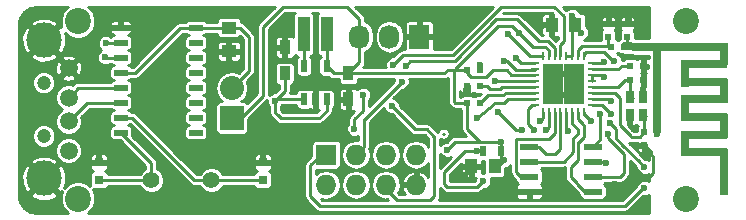
<source format=gtl>
G04 #@! TF.FileFunction,Copper,L1,Top,Signal*
%FSLAX46Y46*%
G04 Gerber Fmt 4.6, Leading zero omitted, Abs format (unit mm)*
G04 Created by KiCad (PCBNEW (2015-11-24 BZR 6329)-product) date Thu 30 Jun 2016 09:23:37 AM EDT*
%MOMM*%
G01*
G04 APERTURE LIST*
%ADD10C,0.100000*%
%ADD11C,2.200000*%
%ADD12C,1.501140*%
%ADD13C,2.999740*%
%ADD14C,1.200000*%
%ADD15R,0.900000X1.200000*%
%ADD16R,2.032000X2.032000*%
%ADD17O,2.032000X2.032000*%
%ADD18R,1.000000X3.000000*%
%ADD19R,0.600000X1.000760*%
%ADD20R,4.000000X0.700000*%
%ADD21R,0.700000X2.000000*%
%ADD22R,8.000000X0.700000*%
%ADD23R,0.700000X1.500000*%
%ADD24R,0.700000X4.000000*%
%ADD25R,0.700000X7.000000*%
%ADD26R,0.600000X0.500000*%
%ADD27R,0.500000X0.600000*%
%ADD28R,1.000000X1.250000*%
%ADD29R,0.250000X0.700000*%
%ADD30R,0.700000X0.250000*%
%ADD31R,1.725000X1.725000*%
%ADD32R,1.550000X0.600000*%
%ADD33R,0.800000X1.100000*%
%ADD34R,1.727200X1.727200*%
%ADD35O,1.727200X1.727200*%
%ADD36R,1.727200X2.032000*%
%ADD37O,1.727200X2.032000*%
%ADD38R,1.250000X1.000000*%
%ADD39R,1.143000X0.508000*%
%ADD40C,1.422400*%
%ADD41R,0.750000X0.800000*%
%ADD42R,0.500000X0.900000*%
%ADD43C,0.600000*%
%ADD44C,0.250000*%
%ADD45C,0.700000*%
%ADD46C,0.254000*%
G04 APERTURE END LIST*
D10*
D11*
X179000000Y-98500000D03*
X179000000Y-113500000D03*
X127500000Y-113500000D03*
X127500000Y-98500000D03*
D12*
X126700000Y-102450000D03*
X126700000Y-104950000D03*
X126700000Y-106960000D03*
X126700000Y-109450000D03*
D13*
X124600000Y-100100000D03*
X124600000Y-111800000D03*
D14*
X124600000Y-103700000D03*
X124600000Y-108200000D03*
D15*
X145000000Y-102900000D03*
X145000000Y-100700000D03*
X150400000Y-102900000D03*
X150400000Y-105100000D03*
D16*
X140525000Y-106675000D03*
D17*
X140525000Y-104135000D03*
D18*
X146600000Y-99600000D03*
X148600000Y-99600000D03*
D19*
X146650040Y-105100480D03*
X147600000Y-105100480D03*
X148549960Y-105100480D03*
X148549960Y-102300000D03*
X146650040Y-102300000D03*
D20*
X180540000Y-109600000D03*
D21*
X178890000Y-108800000D03*
X182190000Y-107350000D03*
D20*
X180540000Y-108100000D03*
D21*
X178890000Y-105900000D03*
D20*
X180540000Y-106600000D03*
D21*
X182190000Y-104400000D03*
D20*
X180540000Y-105100000D03*
D21*
X178890000Y-103000000D03*
D22*
X178540000Y-100650000D03*
D20*
X180540000Y-102100000D03*
D23*
X182190000Y-101450000D03*
D20*
X180540000Y-103650000D03*
D24*
X182190000Y-111250000D03*
D25*
X176540000Y-104500000D03*
D26*
X172650000Y-100640000D03*
X173750000Y-100640000D03*
X174250000Y-103500000D03*
X175350000Y-103500000D03*
D27*
X175450000Y-107900000D03*
X175450000Y-109000000D03*
D28*
X169610000Y-98790000D03*
X167610000Y-98790000D03*
D27*
X174000000Y-99800000D03*
X174000000Y-98700000D03*
X172400000Y-99800000D03*
X172400000Y-98700000D03*
D26*
X160450000Y-102600000D03*
X161550000Y-102600000D03*
X175360000Y-102240000D03*
X174260000Y-102240000D03*
X161550000Y-104000000D03*
X160450000Y-104000000D03*
X161550000Y-105400000D03*
X160450000Y-105400000D03*
D29*
X170350000Y-101400000D03*
X169850000Y-101400000D03*
X169350000Y-101400000D03*
X168850000Y-101400000D03*
X168350000Y-101400000D03*
X167850000Y-101400000D03*
X167350000Y-101400000D03*
X166850000Y-101400000D03*
D30*
X166200000Y-102050000D03*
X166200000Y-102550000D03*
X166200000Y-103050000D03*
X166200000Y-103550000D03*
X166200000Y-104050000D03*
X166200000Y-104550000D03*
X166200000Y-105050000D03*
X166200000Y-105550000D03*
D29*
X166850000Y-106200000D03*
X167350000Y-106200000D03*
X167850000Y-106200000D03*
X168350000Y-106200000D03*
X168850000Y-106200000D03*
X169350000Y-106200000D03*
X169850000Y-106200000D03*
X170350000Y-106200000D03*
D30*
X171000000Y-105550000D03*
X171000000Y-105050000D03*
X171000000Y-104550000D03*
X171000000Y-104050000D03*
X171000000Y-103550000D03*
X171000000Y-103050000D03*
X171000000Y-102550000D03*
X171000000Y-102050000D03*
D31*
X167737500Y-104662500D03*
X169462500Y-104662500D03*
X167737500Y-102937500D03*
X169462500Y-102937500D03*
D32*
X165700000Y-109095000D03*
X165700000Y-110365000D03*
X165700000Y-111635000D03*
X165700000Y-112905000D03*
X171100000Y-112905000D03*
X171100000Y-111635000D03*
X171100000Y-110365000D03*
X171100000Y-109095000D03*
D33*
X174200000Y-104900000D03*
X175300000Y-104900000D03*
X174200000Y-106400000D03*
X175300000Y-106400000D03*
D34*
X148500000Y-109800000D03*
D35*
X148500000Y-112340000D03*
X151040000Y-109800000D03*
X151040000Y-112340000D03*
X153580000Y-109800000D03*
X153580000Y-112340000D03*
X156120000Y-109800000D03*
X156120000Y-112340000D03*
D36*
X156400000Y-99800000D03*
D37*
X153860000Y-99800000D03*
X151320000Y-99800000D03*
D38*
X140275000Y-99025000D03*
X140275000Y-101025000D03*
D39*
X137475000Y-99030000D03*
X137475000Y-101570000D03*
X137475000Y-102840000D03*
X137475000Y-104110000D03*
X137475000Y-105380000D03*
X137475000Y-106650000D03*
X137475000Y-107920000D03*
X131125000Y-107920000D03*
X131125000Y-106650000D03*
X131125000Y-105380000D03*
X131125000Y-104110000D03*
X131125000Y-102840000D03*
X131125000Y-101570000D03*
X131125000Y-100300000D03*
X131125000Y-99030000D03*
X137475000Y-100300000D03*
D40*
X138800000Y-111950000D03*
X133720000Y-111950000D03*
D41*
X143150000Y-111925000D03*
X143150000Y-110425000D03*
X129275000Y-111925000D03*
X129275000Y-110425000D03*
D42*
X163310000Y-109474000D03*
X161810000Y-109474000D03*
D28*
X160798000Y-110744000D03*
X162798000Y-110744000D03*
D43*
X144200000Y-105200000D03*
X160274000Y-111506000D03*
X166770000Y-98900000D03*
X163050000Y-111900000D03*
X158350000Y-110350000D03*
X174250000Y-98050000D03*
X176540000Y-108000000D03*
X175650000Y-102325000D03*
X167737500Y-104662500D03*
X160325000Y-104375000D03*
X158050000Y-104250000D03*
X169462500Y-102937500D03*
X173000000Y-112300000D03*
X174600000Y-107575000D03*
X175900000Y-109625000D03*
X163576000Y-110236000D03*
X163310000Y-108724000D03*
X166624000Y-106934000D03*
X170110000Y-99450000D03*
X172870000Y-101820000D03*
X169330000Y-98030000D03*
X164870000Y-99510000D03*
X158750000Y-109350000D03*
X171700000Y-106300000D03*
X172000000Y-103250000D03*
X172650000Y-106300000D03*
X129850000Y-100350000D03*
X172600000Y-105200000D03*
X129800000Y-101525000D03*
X163068000Y-106172000D03*
X165100000Y-107696000D03*
X162800000Y-103550000D03*
X166116000Y-107696000D03*
X164592000Y-101600000D03*
X161798000Y-112014000D03*
X161290000Y-109474000D03*
X163576000Y-101854000D03*
X175450000Y-110800000D03*
X175450000Y-112575000D03*
X172525000Y-107100000D03*
X170950000Y-106900000D03*
X154900000Y-103600000D03*
X163875000Y-99525000D03*
X154200000Y-102150000D03*
X151650000Y-104725000D03*
X150900000Y-107600000D03*
X154100000Y-105700000D03*
X155250000Y-102250000D03*
X161290000Y-106680000D03*
X172212000Y-110490000D03*
X167132000Y-107696000D03*
X169000000Y-107800000D03*
X172400000Y-108000000D03*
X161570000Y-102210000D03*
X172000000Y-101910000D03*
D44*
X158450000Y-108000000D02*
X158425000Y-108000000D01*
X148549960Y-105100480D02*
X148549960Y-106050040D01*
X148549960Y-106050040D02*
X147900000Y-106700000D01*
X146650040Y-105100480D02*
X144299520Y-105100480D01*
X144299520Y-105100480D02*
X144200000Y-105200000D01*
X145000000Y-102900000D02*
X145000000Y-104400000D01*
X145000000Y-104400000D02*
X144200000Y-105200000D01*
X144200000Y-105200000D02*
X144200000Y-106250000D01*
X144400000Y-106450000D02*
X144200000Y-106250000D01*
X144400000Y-106450000D02*
X144650000Y-106700000D01*
X144650000Y-106700000D02*
X146400000Y-106700000D01*
X147900000Y-106700000D02*
X146400000Y-106700000D01*
X160798000Y-110744000D02*
X160798000Y-110982000D01*
X160798000Y-110982000D02*
X160274000Y-111506000D01*
X160798000Y-110744000D02*
X160782000Y-110744000D01*
X160782000Y-110744000D02*
X160274000Y-111252000D01*
X167610000Y-98790000D02*
X166880000Y-98790000D01*
X166880000Y-98790000D02*
X166770000Y-98900000D01*
X174000000Y-98700000D02*
X174250000Y-98450000D01*
X174250000Y-98450000D02*
X174250000Y-98050000D01*
X176540000Y-104500000D02*
X176540000Y-108000000D01*
X175350000Y-102625000D02*
X175650000Y-102325000D01*
X175350000Y-102625000D02*
X175350000Y-103500000D01*
X160450000Y-104000000D02*
X160450000Y-104250000D01*
X160450000Y-104250000D02*
X160325000Y-104375000D01*
X167737500Y-102937500D02*
X169462500Y-102937500D01*
X169462500Y-102937500D02*
X169462500Y-104662500D01*
X173000000Y-112300000D02*
X173800000Y-112300000D01*
X176225000Y-109950000D02*
X175900000Y-109625000D01*
X176225000Y-111300000D02*
X176225000Y-109950000D01*
X175775000Y-111750000D02*
X176225000Y-111300000D01*
X174350000Y-111750000D02*
X175775000Y-111750000D01*
X173800000Y-112300000D02*
X174350000Y-111750000D01*
X165700000Y-112905000D02*
X165855000Y-112750000D01*
X174025000Y-98675000D02*
X174000000Y-98700000D01*
X175350000Y-103500000D02*
X175375000Y-103525000D01*
X174200000Y-106400000D02*
X174275000Y-106475000D01*
X174275000Y-106475000D02*
X174275000Y-107250000D01*
X174275000Y-107250000D02*
X174600000Y-107575000D01*
X175900000Y-109625000D02*
X175900000Y-109450000D01*
X175900000Y-109450000D02*
X175450000Y-109000000D01*
X167350000Y-99050000D02*
X167550000Y-98850000D01*
X167300000Y-99100000D02*
X167550000Y-98850000D01*
X163576000Y-110236000D02*
X163068000Y-110744000D01*
X163068000Y-110744000D02*
X162798000Y-110744000D01*
X163310000Y-109474000D02*
X163310000Y-110232000D01*
X163310000Y-110232000D02*
X162798000Y-110744000D01*
X163310000Y-109474000D02*
X163310000Y-108724000D01*
X163310000Y-108724000D02*
X163322000Y-108712000D01*
X166850000Y-106200000D02*
X166850000Y-106708000D01*
X166850000Y-106708000D02*
X166624000Y-106934000D01*
X163322000Y-108712000D02*
X161544000Y-108712000D01*
X160450000Y-105400000D02*
X160450000Y-107618000D01*
X160450000Y-107618000D02*
X161544000Y-108712000D01*
X170110000Y-99450000D02*
X169610000Y-98950000D01*
X169610000Y-98950000D02*
X169610000Y-98790000D01*
X170350000Y-101400000D02*
X170350000Y-101250002D01*
X170350000Y-101250002D02*
X170510002Y-101090000D01*
X170510002Y-101090000D02*
X172070000Y-101090000D01*
X172070000Y-101090000D02*
X172800000Y-101820000D01*
X172800000Y-101820000D02*
X172870000Y-101820000D01*
X167350000Y-101400000D02*
X167350000Y-100950002D01*
X166020000Y-100660000D02*
X164870000Y-99510000D01*
X167059998Y-100660000D02*
X166020000Y-100660000D01*
X167350000Y-100950002D02*
X167059998Y-100660000D01*
X169350000Y-101400000D02*
X169350000Y-99050000D01*
X169350000Y-99050000D02*
X169610000Y-98790000D01*
X163100000Y-98850000D02*
X164210000Y-98850000D01*
X163100000Y-98850000D02*
X162750000Y-99200000D01*
X162750000Y-99200000D02*
X159400000Y-102550000D01*
X159400000Y-102600000D02*
X159400000Y-102550000D01*
X169330000Y-98030000D02*
X169610000Y-98310000D01*
X164210000Y-98850000D02*
X164870000Y-99510000D01*
X169610000Y-98310000D02*
X169610000Y-98790000D01*
X169550000Y-98850000D02*
X169450000Y-98750000D01*
X169550000Y-98850000D02*
X169525000Y-98825000D01*
X160450000Y-108712000D02*
X159388000Y-108712000D01*
X161544000Y-108712000D02*
X160450000Y-108712000D01*
X159388000Y-108712000D02*
X158750000Y-109350000D01*
X171700000Y-108495000D02*
X171100000Y-109095000D01*
X171700000Y-106300000D02*
X171700000Y-108495000D01*
X140525000Y-106675000D02*
X141300000Y-106675000D01*
X141300000Y-106675000D02*
X143175000Y-104800000D01*
X143175000Y-104800000D02*
X143175000Y-98950000D01*
X143175000Y-98950000D02*
X144825000Y-97300000D01*
X144825000Y-97300000D02*
X150300000Y-97300000D01*
X150300000Y-97300000D02*
X151320000Y-98320000D01*
X151320000Y-98320000D02*
X151320000Y-99800000D01*
X166200000Y-103050000D02*
X164200000Y-103050000D01*
X162650000Y-102650000D02*
X162050000Y-103250000D01*
X163800000Y-102650000D02*
X162650000Y-102650000D01*
X164200000Y-103050000D02*
X163800000Y-102650000D01*
X159400000Y-102600000D02*
X160450000Y-102600000D01*
X162100000Y-103250000D02*
X162050000Y-103250000D01*
X162050000Y-103250000D02*
X160800000Y-103250000D01*
X160800000Y-103250000D02*
X160450000Y-102900000D01*
X160450000Y-102900000D02*
X160450000Y-102600000D01*
X171800000Y-103050000D02*
X171000000Y-103050000D01*
X172000000Y-103250000D02*
X171800000Y-103050000D01*
X169350000Y-101400000D02*
X169350000Y-101100000D01*
X159300000Y-102600000D02*
X159400000Y-102600000D01*
X169350000Y-101400000D02*
X168850000Y-101400000D01*
X169350000Y-101400000D02*
X169350000Y-100950000D01*
X160450000Y-105400000D02*
X159450000Y-105400000D01*
X159450000Y-105400000D02*
X159350000Y-105300000D01*
X159300000Y-105250000D02*
X159300000Y-102600000D01*
X159350000Y-105300000D02*
X159300000Y-105250000D01*
X171000000Y-103550000D02*
X171000000Y-103050000D01*
X150400000Y-102900000D02*
X151320000Y-101980000D01*
X151320000Y-101980000D02*
X151320000Y-99800000D01*
X150400000Y-102900000D02*
X158500000Y-102900000D01*
X158800000Y-102600000D02*
X159300000Y-102600000D01*
X158500000Y-102900000D02*
X158800000Y-102600000D01*
X150400000Y-102900000D02*
X149149960Y-102900000D01*
X149149960Y-102900000D02*
X148549960Y-102300000D01*
X148549960Y-102300000D02*
X148549960Y-99650040D01*
X148549960Y-99650040D02*
X148600000Y-99600000D01*
X133720000Y-111950000D02*
X133720000Y-110515000D01*
X133720000Y-110515000D02*
X131125000Y-107920000D01*
X133720000Y-111950000D02*
X129300000Y-111950000D01*
X129300000Y-111950000D02*
X129275000Y-111925000D01*
X146650040Y-102300000D02*
X146650040Y-99650040D01*
X146650040Y-99650040D02*
X146600000Y-99600000D01*
X131125000Y-104110000D02*
X127540000Y-104110000D01*
X127540000Y-104110000D02*
X126700000Y-104950000D01*
X131125000Y-105380000D02*
X128280000Y-105380000D01*
X128280000Y-105380000D02*
X126700000Y-106960000D01*
X126700860Y-106959140D02*
X126700000Y-106960000D01*
X171900000Y-105550000D02*
X171000000Y-105550000D01*
X171900000Y-105550000D02*
X172650000Y-106300000D01*
X129900000Y-100300000D02*
X131125000Y-100300000D01*
X129850000Y-100350000D02*
X129900000Y-100300000D01*
X172450000Y-105050000D02*
X172600000Y-105200000D01*
X172450000Y-105050000D02*
X171000000Y-105050000D01*
X129845000Y-101570000D02*
X131125000Y-101570000D01*
X129800000Y-101525000D02*
X129845000Y-101570000D01*
X174000000Y-99800000D02*
X174000000Y-100390000D01*
X174000000Y-100390000D02*
X173830000Y-100620000D01*
X178540000Y-100650000D02*
X173880000Y-100670000D01*
X173880000Y-100670000D02*
X173830000Y-100620000D01*
D45*
X173830000Y-100620000D02*
X175030000Y-100640000D01*
D44*
X173880000Y-100670000D02*
X173830000Y-100620000D01*
X169850000Y-101400000D02*
X169850000Y-100890000D01*
X172260000Y-100610000D02*
X172650000Y-100640000D01*
X170130000Y-100610000D02*
X172260000Y-100610000D01*
X169850000Y-100890000D02*
X170130000Y-100610000D01*
X172400000Y-99800000D02*
X172400000Y-100390000D01*
X172400000Y-100390000D02*
X172650000Y-100640000D01*
X169850000Y-100950000D02*
X169850000Y-101400000D01*
X174250000Y-103500000D02*
X174250000Y-104850000D01*
X174250000Y-104850000D02*
X174200000Y-104900000D01*
X174250000Y-103500000D02*
X173800000Y-103500000D01*
X173250000Y-104050000D02*
X171000000Y-104050000D01*
X173800000Y-103500000D02*
X173250000Y-104050000D01*
X174200000Y-104900000D02*
X174100000Y-104900000D01*
X174200000Y-103550000D02*
X174250000Y-103500000D01*
X174450000Y-104950000D02*
X174500000Y-105000000D01*
X175450000Y-107900000D02*
X175050000Y-108300000D01*
X172950000Y-104550000D02*
X173400000Y-105000000D01*
X173400000Y-105000000D02*
X173400000Y-107300000D01*
X172950000Y-104550000D02*
X171000000Y-104550000D01*
X174325000Y-108225000D02*
X173400000Y-107300000D01*
X174325000Y-108300000D02*
X174325000Y-108225000D01*
X175050000Y-108300000D02*
X174325000Y-108300000D01*
X175450000Y-107900000D02*
X175450000Y-106550000D01*
X175450000Y-106550000D02*
X175300000Y-106400000D01*
X175550000Y-106550000D02*
X175600000Y-106500000D01*
X164592000Y-107696000D02*
X163068000Y-106172000D01*
X165100000Y-107696000D02*
X164592000Y-107696000D01*
X165350000Y-103550000D02*
X164300000Y-103550000D01*
X166200000Y-103550000D02*
X165350000Y-103550000D01*
X164300000Y-103550000D02*
X162800000Y-103550000D01*
X165608000Y-105918000D02*
X165608000Y-107188000D01*
X165976000Y-105550000D02*
X165608000Y-105918000D01*
X165608000Y-107188000D02*
X166116000Y-107696000D01*
X165976000Y-105550000D02*
X166200000Y-105550000D01*
X165042000Y-102050000D02*
X164592000Y-101600000D01*
X165042000Y-102050000D02*
X166200000Y-102050000D01*
X161290000Y-109474000D02*
X160274000Y-109474000D01*
X158750000Y-112522000D02*
X161290000Y-112522000D01*
X161290000Y-112522000D02*
X161798000Y-112014000D01*
X158496000Y-112268000D02*
X158750000Y-112522000D01*
X158496000Y-111252000D02*
X158496000Y-112268000D01*
X160274000Y-109474000D02*
X158496000Y-111252000D01*
X161290000Y-109474000D02*
X161810000Y-109474000D01*
X161290000Y-109474000D02*
X161810000Y-109474000D01*
X164575998Y-102599998D02*
X166200000Y-102599998D01*
X163830000Y-101854000D02*
X164575998Y-102599998D01*
X163576000Y-101854000D02*
X163830000Y-101854000D01*
X166200000Y-102599998D02*
X166200000Y-102550000D01*
X175450000Y-112575000D02*
X175325000Y-112575000D01*
X173600000Y-108950000D02*
X173044301Y-108394301D01*
X172525000Y-107100000D02*
X173044301Y-107619301D01*
X173044301Y-107669301D02*
X173044301Y-107619301D01*
X173044301Y-108394301D02*
X173044301Y-107669301D01*
X173600000Y-108950000D02*
X175000000Y-110350000D01*
X173800000Y-114100000D02*
X163400000Y-114100000D01*
X163400000Y-114100000D02*
X158550000Y-114100000D01*
X158550000Y-114100000D02*
X152900000Y-114100000D01*
X152900000Y-114100000D02*
X149350000Y-114100000D01*
X149350000Y-114100000D02*
X147950000Y-114100000D01*
X147950000Y-114100000D02*
X147150000Y-113300000D01*
X147150000Y-113300000D02*
X147150000Y-110700000D01*
X147150000Y-110700000D02*
X148050000Y-109800000D01*
X148050000Y-109800000D02*
X148500000Y-109800000D01*
X175000000Y-110350000D02*
X175450000Y-110800000D01*
X175325000Y-112575000D02*
X173800000Y-114100000D01*
X170350000Y-106200000D02*
X170350000Y-106300000D01*
X170350000Y-106300000D02*
X170950000Y-106900000D01*
X151775000Y-106725000D02*
X154900000Y-103600000D01*
X163875000Y-99525000D02*
X165750000Y-101400000D01*
X165750000Y-101400000D02*
X166850000Y-101400000D01*
X151775000Y-106725000D02*
X151700000Y-106800000D01*
X151700000Y-109140000D02*
X151040000Y-109800000D01*
X151700000Y-106800000D02*
X151700000Y-109140000D01*
X151740000Y-106760000D02*
X151775000Y-106725000D01*
X168350000Y-100800000D02*
X168350000Y-100460000D01*
X163349998Y-97250000D02*
X159249998Y-101350000D01*
X159249998Y-101350000D02*
X155000000Y-101350000D01*
X155000000Y-101350000D02*
X154200000Y-102150000D01*
X151650000Y-104725000D02*
X151600000Y-104775000D01*
X151600000Y-104775000D02*
X151600000Y-106050000D01*
X151600000Y-106050000D02*
X150900000Y-106750000D01*
X150900000Y-106750000D02*
X150900000Y-107600000D01*
X168350000Y-100800000D02*
X168350000Y-101400000D01*
X167810000Y-97250000D02*
X163349998Y-97250000D01*
X168640000Y-98080000D02*
X167810000Y-97250000D01*
X168640000Y-100170000D02*
X168640000Y-98080000D01*
X168350000Y-100460000D02*
X168640000Y-100170000D01*
X167850000Y-101400000D02*
X167850000Y-100790000D01*
X164680000Y-98320000D02*
X162930000Y-98320000D01*
X166560000Y-100200000D02*
X164680000Y-98320000D01*
X167260000Y-100200000D02*
X166560000Y-100200000D01*
X167850000Y-100790000D02*
X167260000Y-100200000D01*
X156050000Y-107650000D02*
X157050000Y-107650000D01*
X154100000Y-105700000D02*
X156050000Y-107650000D01*
X155650000Y-101850000D02*
X155250000Y-102250000D01*
X159400000Y-101850000D02*
X155650000Y-101850000D01*
X162930000Y-98320000D02*
X159400000Y-101850000D01*
X154499998Y-113649998D02*
X153580000Y-112730000D01*
X157300002Y-113649998D02*
X154499998Y-113649998D01*
X157650000Y-113300000D02*
X157300002Y-113649998D01*
X157050000Y-107650000D02*
X157650000Y-108250000D01*
X157650000Y-108250000D02*
X157650000Y-113300000D01*
X153580000Y-112730000D02*
X153580000Y-112340000D01*
X163936000Y-105050000D02*
X163576000Y-105410000D01*
X163576000Y-105410000D02*
X162814000Y-105410000D01*
X162814000Y-105410000D02*
X161290000Y-106680000D01*
X163936000Y-105050000D02*
X166200000Y-105050000D01*
X171000000Y-102550000D02*
X173220000Y-102550000D01*
X173530000Y-102240000D02*
X174260000Y-102240000D01*
X173220000Y-102550000D02*
X173530000Y-102240000D01*
X166200000Y-104050000D02*
X163399998Y-104050000D01*
X162125000Y-104000000D02*
X161550000Y-104000000D01*
X162350000Y-104225000D02*
X162125000Y-104000000D01*
X163224998Y-104225000D02*
X162350000Y-104225000D01*
X163399998Y-104050000D02*
X163224998Y-104225000D01*
X166200000Y-104550000D02*
X163700000Y-104550000D01*
X162200000Y-104750000D02*
X161550000Y-105400000D01*
X163500000Y-104750000D02*
X162200000Y-104750000D01*
X163700000Y-104550000D02*
X163500000Y-104750000D01*
X167350000Y-106200000D02*
X167350000Y-107478000D01*
X172087000Y-110365000D02*
X171100000Y-110365000D01*
X172212000Y-110490000D02*
X172087000Y-110365000D01*
X167350000Y-107478000D02*
X167132000Y-107696000D01*
X171100000Y-110365000D02*
X170510000Y-110365000D01*
X171765000Y-110365000D02*
X171100000Y-110365000D01*
X165700000Y-111635000D02*
X164975000Y-111635000D01*
X164975000Y-111635000D02*
X164592000Y-111252000D01*
X164592000Y-111252000D02*
X164592000Y-108458000D01*
X164592000Y-108458000D02*
X167386000Y-108458000D01*
X167386000Y-108458000D02*
X167894000Y-107950000D01*
X167894000Y-107950000D02*
X167894000Y-106244000D01*
X167894000Y-106244000D02*
X167850000Y-106200000D01*
X168350000Y-106200000D02*
X168350000Y-109272000D01*
X166499000Y-109095000D02*
X165700000Y-109095000D01*
X167132000Y-109728000D02*
X166499000Y-109095000D01*
X167894000Y-109728000D02*
X167132000Y-109728000D01*
X168350000Y-109272000D02*
X167894000Y-109728000D01*
X165700000Y-109095000D02*
X166305000Y-109095000D01*
X173400000Y-109400000D02*
X173413602Y-109400000D01*
X172400000Y-108400000D02*
X173400000Y-109400000D01*
X173415000Y-111635000D02*
X171100000Y-111635000D01*
X173750000Y-111300000D02*
X173415000Y-111635000D01*
X173750000Y-109736398D02*
X173750000Y-111300000D01*
X173413602Y-109400000D02*
X173750000Y-109736398D01*
X172400000Y-108400000D02*
X172400000Y-108000000D01*
X168850000Y-107550000D02*
X169000000Y-107800000D01*
X168850000Y-107550000D02*
X168850000Y-106200000D01*
X172600000Y-108600000D02*
X172400000Y-108400000D01*
X172400000Y-108400000D02*
X172400000Y-108400000D01*
X169350000Y-106200000D02*
X169350000Y-107150000D01*
X168635000Y-110365000D02*
X165700000Y-110365000D01*
X169399998Y-109600002D02*
X168635000Y-110365000D01*
X169399998Y-108400002D02*
X169399998Y-109600002D01*
X169800000Y-108000000D02*
X169399998Y-108400002D01*
X169800000Y-107600000D02*
X169800000Y-108000000D01*
X169350000Y-107150000D02*
X169800000Y-107600000D01*
X165700000Y-110365000D02*
X166435000Y-110365000D01*
X169750000Y-112225000D02*
X169750000Y-112200000D01*
X169850000Y-110200000D02*
X169850000Y-109600002D01*
X169200000Y-110850000D02*
X169850000Y-110200000D01*
X169200000Y-111650000D02*
X169200000Y-110850000D01*
X169750000Y-112200000D02*
X169200000Y-111650000D01*
X171100000Y-112905000D02*
X170430000Y-112905000D01*
X170430000Y-112905000D02*
X169750000Y-112225000D01*
X169750000Y-112225000D02*
X169825000Y-112300000D01*
X169825000Y-109825000D02*
X169850000Y-109800000D01*
X169850000Y-109600002D02*
X169850000Y-109800000D01*
X169850000Y-108800000D02*
X169850000Y-109600002D01*
X169850000Y-108800000D02*
X170300000Y-108250000D01*
X170250000Y-107200000D02*
X169850000Y-106800000D01*
X169850000Y-106800000D02*
X169850000Y-106249998D01*
X170300000Y-107350000D02*
X170250000Y-107200000D01*
X170300000Y-108250000D02*
X170300000Y-107350000D01*
X169850000Y-108800000D02*
X169850000Y-108750000D01*
X169850000Y-106249998D02*
X169850000Y-106200000D01*
X171000000Y-102050000D02*
X171860000Y-102050000D01*
X161570000Y-102210000D02*
X161550000Y-102230000D01*
X161550000Y-102230000D02*
X161550000Y-102600000D01*
X171860000Y-102050000D02*
X172000000Y-101910000D01*
X138800000Y-111950000D02*
X137350000Y-111950000D01*
X132050000Y-106650000D02*
X131125000Y-106650000D01*
X137350000Y-111950000D02*
X132050000Y-106650000D01*
X138800000Y-111950000D02*
X143125000Y-111950000D01*
X143125000Y-111950000D02*
X143150000Y-111925000D01*
X140275000Y-99025000D02*
X141189000Y-99025000D01*
X141986000Y-102674000D02*
X140525000Y-104135000D01*
X141986000Y-99822000D02*
X141986000Y-102674000D01*
X141189000Y-99025000D02*
X141986000Y-99822000D01*
X137475000Y-99030000D02*
X136174000Y-99030000D01*
X132364000Y-102840000D02*
X131125000Y-102840000D01*
X136174000Y-99030000D02*
X132364000Y-102840000D01*
X140275000Y-99025000D02*
X137480000Y-99025000D01*
X137480000Y-99025000D02*
X137475000Y-99030000D01*
D46*
G36*
X145829135Y-97821546D02*
X145742141Y-97948866D01*
X145711536Y-98100000D01*
X145711536Y-99822721D01*
X145665819Y-99777004D01*
X145525785Y-99719000D01*
X145222250Y-99719000D01*
X145127000Y-99814250D01*
X145127000Y-100573000D01*
X145147000Y-100573000D01*
X145147000Y-100827000D01*
X145127000Y-100827000D01*
X145127000Y-101585750D01*
X145222250Y-101681000D01*
X145525785Y-101681000D01*
X145665819Y-101622996D01*
X145772996Y-101515820D01*
X145830503Y-101376985D01*
X145948866Y-101457859D01*
X146100000Y-101488464D01*
X146129996Y-101488464D01*
X146079175Y-101521166D01*
X145992181Y-101648486D01*
X145961576Y-101799620D01*
X145961576Y-102800380D01*
X145988143Y-102941570D01*
X146071586Y-103071245D01*
X146198906Y-103158239D01*
X146350040Y-103188844D01*
X146950040Y-103188844D01*
X147091230Y-103162277D01*
X147220905Y-103078834D01*
X147307899Y-102951514D01*
X147338504Y-102800380D01*
X147338504Y-101799620D01*
X147311937Y-101658430D01*
X147228494Y-101528755D01*
X147156040Y-101479249D01*
X147156040Y-101477919D01*
X147241190Y-101461897D01*
X147370865Y-101378454D01*
X147457859Y-101251134D01*
X147488464Y-101100000D01*
X147488464Y-98100000D01*
X147461897Y-97958810D01*
X147378454Y-97829135D01*
X147344595Y-97806000D01*
X147853294Y-97806000D01*
X147829135Y-97821546D01*
X147742141Y-97948866D01*
X147711536Y-98100000D01*
X147711536Y-101100000D01*
X147738103Y-101241190D01*
X147821546Y-101370865D01*
X147948866Y-101457859D01*
X148043960Y-101477116D01*
X148043960Y-101479427D01*
X147979095Y-101521166D01*
X147892101Y-101648486D01*
X147861496Y-101799620D01*
X147861496Y-102800380D01*
X147888063Y-102941570D01*
X147971506Y-103071245D01*
X148098826Y-103158239D01*
X148249960Y-103188844D01*
X148723212Y-103188844D01*
X148792164Y-103257796D01*
X148956322Y-103367483D01*
X149149960Y-103406000D01*
X149561536Y-103406000D01*
X149561536Y-103500000D01*
X149588103Y-103641190D01*
X149671546Y-103770865D01*
X149798866Y-103857859D01*
X149950000Y-103888464D01*
X150850000Y-103888464D01*
X150991190Y-103861897D01*
X151120865Y-103778454D01*
X151207859Y-103651134D01*
X151238464Y-103500000D01*
X151238464Y-103406000D01*
X154243179Y-103406000D01*
X154219118Y-103463946D01*
X154219030Y-103565378D01*
X152106000Y-105678408D01*
X152106000Y-105232036D01*
X152226987Y-105111259D01*
X152330882Y-104861054D01*
X152331118Y-104590135D01*
X152227661Y-104339748D01*
X152036259Y-104148013D01*
X151786054Y-104044118D01*
X151515135Y-104043882D01*
X151264748Y-104147339D01*
X151150352Y-104261536D01*
X151065819Y-104177004D01*
X150925785Y-104119000D01*
X150622250Y-104119000D01*
X150527000Y-104214250D01*
X150527000Y-104973000D01*
X150547000Y-104973000D01*
X150547000Y-105227000D01*
X150527000Y-105227000D01*
X150527000Y-105985750D01*
X150622250Y-106081000D01*
X150853408Y-106081000D01*
X150542204Y-106392204D01*
X150432517Y-106556362D01*
X150394000Y-106750000D01*
X150394000Y-107142877D01*
X150323013Y-107213741D01*
X150219118Y-107463946D01*
X150218882Y-107734865D01*
X150322339Y-107985252D01*
X150513741Y-108176987D01*
X150763946Y-108280882D01*
X151034865Y-108281118D01*
X151194000Y-108215365D01*
X151194000Y-108581183D01*
X151064383Y-108555400D01*
X151015617Y-108555400D01*
X150539329Y-108650140D01*
X150135552Y-108919935D01*
X149865757Y-109323712D01*
X149771017Y-109800000D01*
X149865757Y-110276288D01*
X150135552Y-110680065D01*
X150539329Y-110949860D01*
X151015617Y-111044600D01*
X151064383Y-111044600D01*
X151540671Y-110949860D01*
X151944448Y-110680065D01*
X152214243Y-110276288D01*
X152308983Y-109800000D01*
X152311017Y-109800000D01*
X152405757Y-110276288D01*
X152675552Y-110680065D01*
X153079329Y-110949860D01*
X153555617Y-111044600D01*
X153604383Y-111044600D01*
X154080671Y-110949860D01*
X154484448Y-110680065D01*
X154754243Y-110276288D01*
X154848983Y-109800000D01*
X154754243Y-109323712D01*
X154484448Y-108919935D01*
X154080671Y-108650140D01*
X153604383Y-108555400D01*
X153555617Y-108555400D01*
X153079329Y-108650140D01*
X152675552Y-108919935D01*
X152405757Y-109323712D01*
X152311017Y-109800000D01*
X152308983Y-109800000D01*
X152214243Y-109323712D01*
X152179731Y-109272062D01*
X152206000Y-109140000D01*
X152206000Y-107009592D01*
X153418915Y-105796677D01*
X153418882Y-105834865D01*
X153522339Y-106085252D01*
X153713741Y-106276987D01*
X153963946Y-106380882D01*
X154065378Y-106380970D01*
X155692204Y-108007796D01*
X155856362Y-108117483D01*
X156050000Y-108156000D01*
X156840408Y-108156000D01*
X157144000Y-108459592D01*
X157144000Y-109098857D01*
X157024448Y-108919935D01*
X156620671Y-108650140D01*
X156144383Y-108555400D01*
X156095617Y-108555400D01*
X155619329Y-108650140D01*
X155215552Y-108919935D01*
X154945757Y-109323712D01*
X154851017Y-109800000D01*
X154945757Y-110276288D01*
X155215552Y-110680065D01*
X155619329Y-110949860D01*
X156095617Y-111044600D01*
X156144383Y-111044600D01*
X156620671Y-110949860D01*
X157024448Y-110680065D01*
X157144000Y-110501143D01*
X157144000Y-111655657D01*
X156875199Y-111350690D01*
X156439120Y-111136995D01*
X156247000Y-111197135D01*
X156247000Y-112213000D01*
X156267000Y-112213000D01*
X156267000Y-112467000D01*
X156247000Y-112467000D01*
X156247000Y-112487000D01*
X155993000Y-112487000D01*
X155993000Y-112467000D01*
X154977688Y-112467000D01*
X154917007Y-112659118D01*
X155043695Y-112965001D01*
X155201465Y-113143998D01*
X154709590Y-113143998D01*
X154605095Y-113039503D01*
X154754243Y-112816288D01*
X154848983Y-112340000D01*
X154785507Y-112020882D01*
X154917007Y-112020882D01*
X154977688Y-112213000D01*
X155993000Y-112213000D01*
X155993000Y-111197135D01*
X155800880Y-111136995D01*
X155364801Y-111350690D01*
X155043695Y-111714999D01*
X154917007Y-112020882D01*
X154785507Y-112020882D01*
X154754243Y-111863712D01*
X154484448Y-111459935D01*
X154080671Y-111190140D01*
X153604383Y-111095400D01*
X153555617Y-111095400D01*
X153079329Y-111190140D01*
X152675552Y-111459935D01*
X152405757Y-111863712D01*
X152311017Y-112340000D01*
X152405757Y-112816288D01*
X152675552Y-113220065D01*
X153079329Y-113489860D01*
X153555617Y-113584600D01*
X153604383Y-113584600D01*
X153699990Y-113565582D01*
X153728408Y-113594000D01*
X148159592Y-113594000D01*
X148069388Y-113503796D01*
X148475617Y-113584600D01*
X148524383Y-113584600D01*
X149000671Y-113489860D01*
X149404448Y-113220065D01*
X149674243Y-112816288D01*
X149768983Y-112340000D01*
X149771017Y-112340000D01*
X149865757Y-112816288D01*
X150135552Y-113220065D01*
X150539329Y-113489860D01*
X151015617Y-113584600D01*
X151064383Y-113584600D01*
X151540671Y-113489860D01*
X151944448Y-113220065D01*
X152214243Y-112816288D01*
X152308983Y-112340000D01*
X152214243Y-111863712D01*
X151944448Y-111459935D01*
X151540671Y-111190140D01*
X151064383Y-111095400D01*
X151015617Y-111095400D01*
X150539329Y-111190140D01*
X150135552Y-111459935D01*
X149865757Y-111863712D01*
X149771017Y-112340000D01*
X149768983Y-112340000D01*
X149674243Y-111863712D01*
X149404448Y-111459935D01*
X149000671Y-111190140D01*
X148524383Y-111095400D01*
X148475617Y-111095400D01*
X147999329Y-111190140D01*
X147656000Y-111419545D01*
X147656000Y-111052064D01*
X149363600Y-111052064D01*
X149504790Y-111025497D01*
X149634465Y-110942054D01*
X149721459Y-110814734D01*
X149752064Y-110663600D01*
X149752064Y-108936400D01*
X149725497Y-108795210D01*
X149642054Y-108665535D01*
X149514734Y-108578541D01*
X149363600Y-108547936D01*
X147636400Y-108547936D01*
X147495210Y-108574503D01*
X147365535Y-108657946D01*
X147278541Y-108785266D01*
X147247936Y-108936400D01*
X147247936Y-109886472D01*
X146792204Y-110342204D01*
X146682517Y-110506362D01*
X146644000Y-110700000D01*
X146644000Y-113300000D01*
X146682517Y-113493638D01*
X146792204Y-113657796D01*
X147592204Y-114457796D01*
X147756362Y-114567483D01*
X147950000Y-114606000D01*
X173800000Y-114606000D01*
X173993638Y-114567483D01*
X174157796Y-114457796D01*
X175359670Y-113255922D01*
X175584865Y-113256118D01*
X175823000Y-113157723D01*
X175823000Y-114744000D01*
X128350107Y-114744000D01*
X128754799Y-114340015D01*
X128980743Y-113795882D01*
X128981257Y-113206703D01*
X128766264Y-112686382D01*
X128900000Y-112713464D01*
X129650000Y-112713464D01*
X129791190Y-112686897D01*
X129920865Y-112603454D01*
X130007859Y-112476134D01*
X130011936Y-112456000D01*
X132747313Y-112456000D01*
X132793538Y-112567873D01*
X133100511Y-112875382D01*
X133501795Y-113042010D01*
X133936299Y-113042389D01*
X134337873Y-112876462D01*
X134645382Y-112569489D01*
X134812010Y-112168205D01*
X134812389Y-111733701D01*
X134646462Y-111332127D01*
X134339489Y-111024618D01*
X134226000Y-110977493D01*
X134226000Y-110515000D01*
X134187483Y-110321362D01*
X134077796Y-110157204D01*
X132084964Y-108164372D01*
X132084964Y-107666000D01*
X132058397Y-107524810D01*
X131974954Y-107395135D01*
X131847634Y-107308141D01*
X131734712Y-107285274D01*
X131837690Y-107265897D01*
X131906212Y-107221804D01*
X136992204Y-112307796D01*
X137156362Y-112417483D01*
X137350000Y-112456000D01*
X137827313Y-112456000D01*
X137873538Y-112567873D01*
X138180511Y-112875382D01*
X138581795Y-113042010D01*
X139016299Y-113042389D01*
X139417873Y-112876462D01*
X139725382Y-112569489D01*
X139772507Y-112456000D01*
X142411186Y-112456000D01*
X142413103Y-112466190D01*
X142496546Y-112595865D01*
X142623866Y-112682859D01*
X142775000Y-112713464D01*
X143525000Y-112713464D01*
X143666190Y-112686897D01*
X143795865Y-112603454D01*
X143882859Y-112476134D01*
X143913464Y-112325000D01*
X143913464Y-111525000D01*
X143886897Y-111383810D01*
X143803454Y-111254135D01*
X143683103Y-111171903D01*
X143740819Y-111147996D01*
X143847996Y-111040820D01*
X143906000Y-110900786D01*
X143906000Y-110647250D01*
X143810750Y-110552000D01*
X143277000Y-110552000D01*
X143277000Y-110572000D01*
X143023000Y-110572000D01*
X143023000Y-110552000D01*
X142489250Y-110552000D01*
X142394000Y-110647250D01*
X142394000Y-110900786D01*
X142452004Y-111040820D01*
X142559181Y-111147996D01*
X142618867Y-111172719D01*
X142504135Y-111246546D01*
X142417141Y-111373866D01*
X142402939Y-111444000D01*
X139772687Y-111444000D01*
X139726462Y-111332127D01*
X139419489Y-111024618D01*
X139018205Y-110857990D01*
X138583701Y-110857611D01*
X138182127Y-111023538D01*
X137874618Y-111330511D01*
X137827493Y-111444000D01*
X137559592Y-111444000D01*
X136064806Y-109949214D01*
X142394000Y-109949214D01*
X142394000Y-110202750D01*
X142489250Y-110298000D01*
X143023000Y-110298000D01*
X143023000Y-109739250D01*
X143277000Y-109739250D01*
X143277000Y-110298000D01*
X143810750Y-110298000D01*
X143906000Y-110202750D01*
X143906000Y-109949214D01*
X143847996Y-109809180D01*
X143740819Y-109702004D01*
X143600785Y-109644000D01*
X143372250Y-109644000D01*
X143277000Y-109739250D01*
X143023000Y-109739250D01*
X142927750Y-109644000D01*
X142699215Y-109644000D01*
X142559181Y-109702004D01*
X142452004Y-109809180D01*
X142394000Y-109949214D01*
X136064806Y-109949214D01*
X132407796Y-106292204D01*
X132243638Y-106182517D01*
X132050000Y-106144000D01*
X131987093Y-106144000D01*
X131974954Y-106125135D01*
X131847634Y-106038141D01*
X131734712Y-106015274D01*
X131837690Y-105995897D01*
X131967365Y-105912454D01*
X132054359Y-105785134D01*
X132084964Y-105634000D01*
X132084964Y-105126000D01*
X132058397Y-104984810D01*
X131974954Y-104855135D01*
X131847634Y-104768141D01*
X131734712Y-104745274D01*
X131837690Y-104725897D01*
X131967365Y-104642454D01*
X132054359Y-104515134D01*
X132084964Y-104364000D01*
X132084964Y-103856000D01*
X132058397Y-103714810D01*
X131974954Y-103585135D01*
X131847634Y-103498141D01*
X131734712Y-103475274D01*
X131837690Y-103455897D01*
X131967365Y-103372454D01*
X131985440Y-103346000D01*
X132364000Y-103346000D01*
X132557638Y-103307483D01*
X132721796Y-103197796D01*
X136383592Y-99536000D01*
X136612907Y-99536000D01*
X136625046Y-99554865D01*
X136752366Y-99641859D01*
X136865288Y-99664726D01*
X136762310Y-99684103D01*
X136632635Y-99767546D01*
X136545641Y-99894866D01*
X136515036Y-100046000D01*
X136515036Y-100554000D01*
X136541603Y-100695190D01*
X136625046Y-100824865D01*
X136752366Y-100911859D01*
X136865288Y-100934726D01*
X136762310Y-100954103D01*
X136632635Y-101037546D01*
X136545641Y-101164866D01*
X136515036Y-101316000D01*
X136515036Y-101824000D01*
X136541603Y-101965190D01*
X136625046Y-102094865D01*
X136752366Y-102181859D01*
X136865288Y-102204726D01*
X136762310Y-102224103D01*
X136632635Y-102307546D01*
X136545641Y-102434866D01*
X136515036Y-102586000D01*
X136515036Y-103094000D01*
X136541603Y-103235190D01*
X136625046Y-103364865D01*
X136752366Y-103451859D01*
X136865288Y-103474726D01*
X136762310Y-103494103D01*
X136632635Y-103577546D01*
X136545641Y-103704866D01*
X136515036Y-103856000D01*
X136515036Y-104364000D01*
X136541603Y-104505190D01*
X136625046Y-104634865D01*
X136752366Y-104721859D01*
X136865288Y-104744726D01*
X136762310Y-104764103D01*
X136632635Y-104847546D01*
X136545641Y-104974866D01*
X136515036Y-105126000D01*
X136515036Y-105634000D01*
X136541603Y-105775190D01*
X136625046Y-105904865D01*
X136752366Y-105991859D01*
X136865288Y-106014726D01*
X136762310Y-106034103D01*
X136632635Y-106117546D01*
X136545641Y-106244866D01*
X136515036Y-106396000D01*
X136515036Y-106904000D01*
X136541603Y-107045190D01*
X136625046Y-107174865D01*
X136752366Y-107261859D01*
X136865288Y-107284726D01*
X136762310Y-107304103D01*
X136632635Y-107387546D01*
X136545641Y-107514866D01*
X136515036Y-107666000D01*
X136515036Y-108174000D01*
X136541603Y-108315190D01*
X136625046Y-108444865D01*
X136752366Y-108531859D01*
X136903500Y-108562464D01*
X138046500Y-108562464D01*
X138187690Y-108535897D01*
X138317365Y-108452454D01*
X138404359Y-108325134D01*
X138434964Y-108174000D01*
X138434964Y-107666000D01*
X138408397Y-107524810D01*
X138324954Y-107395135D01*
X138197634Y-107308141D01*
X138084712Y-107285274D01*
X138187690Y-107265897D01*
X138317365Y-107182454D01*
X138404359Y-107055134D01*
X138434964Y-106904000D01*
X138434964Y-106396000D01*
X138408397Y-106254810D01*
X138324954Y-106125135D01*
X138197634Y-106038141D01*
X138084712Y-106015274D01*
X138187690Y-105995897D01*
X138317365Y-105912454D01*
X138404359Y-105785134D01*
X138434964Y-105634000D01*
X138434964Y-105126000D01*
X138408397Y-104984810D01*
X138324954Y-104855135D01*
X138197634Y-104768141D01*
X138084712Y-104745274D01*
X138187690Y-104725897D01*
X138317365Y-104642454D01*
X138404359Y-104515134D01*
X138434964Y-104364000D01*
X138434964Y-103856000D01*
X138408397Y-103714810D01*
X138324954Y-103585135D01*
X138197634Y-103498141D01*
X138084712Y-103475274D01*
X138187690Y-103455897D01*
X138317365Y-103372454D01*
X138404359Y-103245134D01*
X138434964Y-103094000D01*
X138434964Y-102586000D01*
X138408397Y-102444810D01*
X138324954Y-102315135D01*
X138197634Y-102228141D01*
X138084712Y-102205274D01*
X138187690Y-102185897D01*
X138317365Y-102102454D01*
X138404359Y-101975134D01*
X138434964Y-101824000D01*
X138434964Y-101316000D01*
X138422028Y-101247250D01*
X139269000Y-101247250D01*
X139269000Y-101600786D01*
X139327004Y-101740820D01*
X139434181Y-101847996D01*
X139574215Y-101906000D01*
X140052750Y-101906000D01*
X140148000Y-101810750D01*
X140148000Y-101152000D01*
X140402000Y-101152000D01*
X140402000Y-101810750D01*
X140497250Y-101906000D01*
X140975785Y-101906000D01*
X141115819Y-101847996D01*
X141222996Y-101740820D01*
X141281000Y-101600786D01*
X141281000Y-101247250D01*
X141185750Y-101152000D01*
X140402000Y-101152000D01*
X140148000Y-101152000D01*
X139364250Y-101152000D01*
X139269000Y-101247250D01*
X138422028Y-101247250D01*
X138408397Y-101174810D01*
X138324954Y-101045135D01*
X138197634Y-100958141D01*
X138084712Y-100935274D01*
X138187690Y-100915897D01*
X138317365Y-100832454D01*
X138404359Y-100705134D01*
X138434964Y-100554000D01*
X138434964Y-100449214D01*
X139269000Y-100449214D01*
X139269000Y-100802750D01*
X139364250Y-100898000D01*
X140148000Y-100898000D01*
X140148000Y-100239250D01*
X140402000Y-100239250D01*
X140402000Y-100898000D01*
X141185750Y-100898000D01*
X141281000Y-100802750D01*
X141281000Y-100449214D01*
X141222996Y-100309180D01*
X141115819Y-100202004D01*
X140975785Y-100144000D01*
X140497250Y-100144000D01*
X140402000Y-100239250D01*
X140148000Y-100239250D01*
X140052750Y-100144000D01*
X139574215Y-100144000D01*
X139434181Y-100202004D01*
X139327004Y-100309180D01*
X139269000Y-100449214D01*
X138434964Y-100449214D01*
X138434964Y-100046000D01*
X138408397Y-99904810D01*
X138324954Y-99775135D01*
X138197634Y-99688141D01*
X138084712Y-99665274D01*
X138187690Y-99645897D01*
X138317365Y-99562454D01*
X138338857Y-99531000D01*
X139262665Y-99531000D01*
X139288103Y-99666190D01*
X139371546Y-99795865D01*
X139498866Y-99882859D01*
X139650000Y-99913464D01*
X140900000Y-99913464D01*
X141041190Y-99886897D01*
X141170865Y-99803454D01*
X141203743Y-99755335D01*
X141480000Y-100031592D01*
X141480000Y-102464408D01*
X141100269Y-102844139D01*
X141059609Y-102816971D01*
X140525000Y-102710631D01*
X139990391Y-102816971D01*
X139537172Y-103119803D01*
X139234340Y-103573022D01*
X139128000Y-104107631D01*
X139128000Y-104162369D01*
X139234340Y-104696978D01*
X139537172Y-105150197D01*
X139717272Y-105270536D01*
X139509000Y-105270536D01*
X139367810Y-105297103D01*
X139238135Y-105380546D01*
X139151141Y-105507866D01*
X139120536Y-105659000D01*
X139120536Y-107691000D01*
X139147103Y-107832190D01*
X139230546Y-107961865D01*
X139357866Y-108048859D01*
X139509000Y-108079464D01*
X141541000Y-108079464D01*
X141682190Y-108052897D01*
X141811865Y-107969454D01*
X141898859Y-107842134D01*
X141929464Y-107691000D01*
X141929464Y-106761128D01*
X143519024Y-105171568D01*
X143518882Y-105334865D01*
X143622339Y-105585252D01*
X143694000Y-105657038D01*
X143694000Y-106250000D01*
X143732517Y-106443638D01*
X143842204Y-106607796D01*
X144292204Y-107057796D01*
X144456362Y-107167483D01*
X144650000Y-107206000D01*
X147900000Y-107206000D01*
X148093638Y-107167483D01*
X148257796Y-107057796D01*
X148907756Y-106407836D01*
X149017443Y-106243678D01*
X149055960Y-106050040D01*
X149055960Y-105921053D01*
X149120825Y-105879314D01*
X149207819Y-105751994D01*
X149238424Y-105600860D01*
X149238424Y-105322250D01*
X149569000Y-105322250D01*
X149569000Y-105775786D01*
X149627004Y-105915820D01*
X149734181Y-106022996D01*
X149874215Y-106081000D01*
X150177750Y-106081000D01*
X150273000Y-105985750D01*
X150273000Y-105227000D01*
X149664250Y-105227000D01*
X149569000Y-105322250D01*
X149238424Y-105322250D01*
X149238424Y-104600100D01*
X149211857Y-104458910D01*
X149189531Y-104424214D01*
X149569000Y-104424214D01*
X149569000Y-104877750D01*
X149664250Y-104973000D01*
X150273000Y-104973000D01*
X150273000Y-104214250D01*
X150177750Y-104119000D01*
X149874215Y-104119000D01*
X149734181Y-104177004D01*
X149627004Y-104284180D01*
X149569000Y-104424214D01*
X149189531Y-104424214D01*
X149128414Y-104329235D01*
X149001094Y-104242241D01*
X148849960Y-104211636D01*
X148249960Y-104211636D01*
X148108770Y-104238203D01*
X148074752Y-104260093D01*
X147975786Y-104219100D01*
X147822250Y-104219100D01*
X147727000Y-104314350D01*
X147727000Y-104973480D01*
X147747000Y-104973480D01*
X147747000Y-105227480D01*
X147727000Y-105227480D01*
X147727000Y-105886610D01*
X147822250Y-105981860D01*
X147902548Y-105981860D01*
X147690408Y-106194000D01*
X144859592Y-106194000D01*
X144706000Y-106040408D01*
X144706000Y-105657123D01*
X144756731Y-105606480D01*
X145962633Y-105606480D01*
X145988143Y-105742050D01*
X146071586Y-105871725D01*
X146198906Y-105958719D01*
X146350040Y-105989324D01*
X146950040Y-105989324D01*
X147091230Y-105962757D01*
X147125248Y-105940867D01*
X147224214Y-105981860D01*
X147377750Y-105981860D01*
X147473000Y-105886610D01*
X147473000Y-105227480D01*
X147453000Y-105227480D01*
X147453000Y-104973480D01*
X147473000Y-104973480D01*
X147473000Y-104314350D01*
X147377750Y-104219100D01*
X147224214Y-104219100D01*
X147126526Y-104259564D01*
X147101174Y-104242241D01*
X146950040Y-104211636D01*
X146350040Y-104211636D01*
X146208850Y-104238203D01*
X146079175Y-104321646D01*
X145992181Y-104448966D01*
X145962714Y-104594480D01*
X145466920Y-104594480D01*
X145467483Y-104593638D01*
X145506000Y-104400000D01*
X145506000Y-103877927D01*
X145591190Y-103861897D01*
X145720865Y-103778454D01*
X145807859Y-103651134D01*
X145838464Y-103500000D01*
X145838464Y-102300000D01*
X145811897Y-102158810D01*
X145728454Y-102029135D01*
X145601134Y-101942141D01*
X145450000Y-101911536D01*
X144550000Y-101911536D01*
X144408810Y-101938103D01*
X144279135Y-102021546D01*
X144192141Y-102148866D01*
X144161536Y-102300000D01*
X144161536Y-103500000D01*
X144188103Y-103641190D01*
X144271546Y-103770865D01*
X144398866Y-103857859D01*
X144494000Y-103877124D01*
X144494000Y-104190408D01*
X144165439Y-104518969D01*
X144065135Y-104518882D01*
X143814748Y-104622339D01*
X143681000Y-104755855D01*
X143681000Y-100922250D01*
X144169000Y-100922250D01*
X144169000Y-101375786D01*
X144227004Y-101515820D01*
X144334181Y-101622996D01*
X144474215Y-101681000D01*
X144777750Y-101681000D01*
X144873000Y-101585750D01*
X144873000Y-100827000D01*
X144264250Y-100827000D01*
X144169000Y-100922250D01*
X143681000Y-100922250D01*
X143681000Y-100024214D01*
X144169000Y-100024214D01*
X144169000Y-100477750D01*
X144264250Y-100573000D01*
X144873000Y-100573000D01*
X144873000Y-99814250D01*
X144777750Y-99719000D01*
X144474215Y-99719000D01*
X144334181Y-99777004D01*
X144227004Y-99884180D01*
X144169000Y-100024214D01*
X143681000Y-100024214D01*
X143681000Y-99159592D01*
X145034592Y-97806000D01*
X145853294Y-97806000D01*
X145829135Y-97821546D01*
X145829135Y-97821546D01*
G37*
X145829135Y-97821546D02*
X145742141Y-97948866D01*
X145711536Y-98100000D01*
X145711536Y-99822721D01*
X145665819Y-99777004D01*
X145525785Y-99719000D01*
X145222250Y-99719000D01*
X145127000Y-99814250D01*
X145127000Y-100573000D01*
X145147000Y-100573000D01*
X145147000Y-100827000D01*
X145127000Y-100827000D01*
X145127000Y-101585750D01*
X145222250Y-101681000D01*
X145525785Y-101681000D01*
X145665819Y-101622996D01*
X145772996Y-101515820D01*
X145830503Y-101376985D01*
X145948866Y-101457859D01*
X146100000Y-101488464D01*
X146129996Y-101488464D01*
X146079175Y-101521166D01*
X145992181Y-101648486D01*
X145961576Y-101799620D01*
X145961576Y-102800380D01*
X145988143Y-102941570D01*
X146071586Y-103071245D01*
X146198906Y-103158239D01*
X146350040Y-103188844D01*
X146950040Y-103188844D01*
X147091230Y-103162277D01*
X147220905Y-103078834D01*
X147307899Y-102951514D01*
X147338504Y-102800380D01*
X147338504Y-101799620D01*
X147311937Y-101658430D01*
X147228494Y-101528755D01*
X147156040Y-101479249D01*
X147156040Y-101477919D01*
X147241190Y-101461897D01*
X147370865Y-101378454D01*
X147457859Y-101251134D01*
X147488464Y-101100000D01*
X147488464Y-98100000D01*
X147461897Y-97958810D01*
X147378454Y-97829135D01*
X147344595Y-97806000D01*
X147853294Y-97806000D01*
X147829135Y-97821546D01*
X147742141Y-97948866D01*
X147711536Y-98100000D01*
X147711536Y-101100000D01*
X147738103Y-101241190D01*
X147821546Y-101370865D01*
X147948866Y-101457859D01*
X148043960Y-101477116D01*
X148043960Y-101479427D01*
X147979095Y-101521166D01*
X147892101Y-101648486D01*
X147861496Y-101799620D01*
X147861496Y-102800380D01*
X147888063Y-102941570D01*
X147971506Y-103071245D01*
X148098826Y-103158239D01*
X148249960Y-103188844D01*
X148723212Y-103188844D01*
X148792164Y-103257796D01*
X148956322Y-103367483D01*
X149149960Y-103406000D01*
X149561536Y-103406000D01*
X149561536Y-103500000D01*
X149588103Y-103641190D01*
X149671546Y-103770865D01*
X149798866Y-103857859D01*
X149950000Y-103888464D01*
X150850000Y-103888464D01*
X150991190Y-103861897D01*
X151120865Y-103778454D01*
X151207859Y-103651134D01*
X151238464Y-103500000D01*
X151238464Y-103406000D01*
X154243179Y-103406000D01*
X154219118Y-103463946D01*
X154219030Y-103565378D01*
X152106000Y-105678408D01*
X152106000Y-105232036D01*
X152226987Y-105111259D01*
X152330882Y-104861054D01*
X152331118Y-104590135D01*
X152227661Y-104339748D01*
X152036259Y-104148013D01*
X151786054Y-104044118D01*
X151515135Y-104043882D01*
X151264748Y-104147339D01*
X151150352Y-104261536D01*
X151065819Y-104177004D01*
X150925785Y-104119000D01*
X150622250Y-104119000D01*
X150527000Y-104214250D01*
X150527000Y-104973000D01*
X150547000Y-104973000D01*
X150547000Y-105227000D01*
X150527000Y-105227000D01*
X150527000Y-105985750D01*
X150622250Y-106081000D01*
X150853408Y-106081000D01*
X150542204Y-106392204D01*
X150432517Y-106556362D01*
X150394000Y-106750000D01*
X150394000Y-107142877D01*
X150323013Y-107213741D01*
X150219118Y-107463946D01*
X150218882Y-107734865D01*
X150322339Y-107985252D01*
X150513741Y-108176987D01*
X150763946Y-108280882D01*
X151034865Y-108281118D01*
X151194000Y-108215365D01*
X151194000Y-108581183D01*
X151064383Y-108555400D01*
X151015617Y-108555400D01*
X150539329Y-108650140D01*
X150135552Y-108919935D01*
X149865757Y-109323712D01*
X149771017Y-109800000D01*
X149865757Y-110276288D01*
X150135552Y-110680065D01*
X150539329Y-110949860D01*
X151015617Y-111044600D01*
X151064383Y-111044600D01*
X151540671Y-110949860D01*
X151944448Y-110680065D01*
X152214243Y-110276288D01*
X152308983Y-109800000D01*
X152311017Y-109800000D01*
X152405757Y-110276288D01*
X152675552Y-110680065D01*
X153079329Y-110949860D01*
X153555617Y-111044600D01*
X153604383Y-111044600D01*
X154080671Y-110949860D01*
X154484448Y-110680065D01*
X154754243Y-110276288D01*
X154848983Y-109800000D01*
X154754243Y-109323712D01*
X154484448Y-108919935D01*
X154080671Y-108650140D01*
X153604383Y-108555400D01*
X153555617Y-108555400D01*
X153079329Y-108650140D01*
X152675552Y-108919935D01*
X152405757Y-109323712D01*
X152311017Y-109800000D01*
X152308983Y-109800000D01*
X152214243Y-109323712D01*
X152179731Y-109272062D01*
X152206000Y-109140000D01*
X152206000Y-107009592D01*
X153418915Y-105796677D01*
X153418882Y-105834865D01*
X153522339Y-106085252D01*
X153713741Y-106276987D01*
X153963946Y-106380882D01*
X154065378Y-106380970D01*
X155692204Y-108007796D01*
X155856362Y-108117483D01*
X156050000Y-108156000D01*
X156840408Y-108156000D01*
X157144000Y-108459592D01*
X157144000Y-109098857D01*
X157024448Y-108919935D01*
X156620671Y-108650140D01*
X156144383Y-108555400D01*
X156095617Y-108555400D01*
X155619329Y-108650140D01*
X155215552Y-108919935D01*
X154945757Y-109323712D01*
X154851017Y-109800000D01*
X154945757Y-110276288D01*
X155215552Y-110680065D01*
X155619329Y-110949860D01*
X156095617Y-111044600D01*
X156144383Y-111044600D01*
X156620671Y-110949860D01*
X157024448Y-110680065D01*
X157144000Y-110501143D01*
X157144000Y-111655657D01*
X156875199Y-111350690D01*
X156439120Y-111136995D01*
X156247000Y-111197135D01*
X156247000Y-112213000D01*
X156267000Y-112213000D01*
X156267000Y-112467000D01*
X156247000Y-112467000D01*
X156247000Y-112487000D01*
X155993000Y-112487000D01*
X155993000Y-112467000D01*
X154977688Y-112467000D01*
X154917007Y-112659118D01*
X155043695Y-112965001D01*
X155201465Y-113143998D01*
X154709590Y-113143998D01*
X154605095Y-113039503D01*
X154754243Y-112816288D01*
X154848983Y-112340000D01*
X154785507Y-112020882D01*
X154917007Y-112020882D01*
X154977688Y-112213000D01*
X155993000Y-112213000D01*
X155993000Y-111197135D01*
X155800880Y-111136995D01*
X155364801Y-111350690D01*
X155043695Y-111714999D01*
X154917007Y-112020882D01*
X154785507Y-112020882D01*
X154754243Y-111863712D01*
X154484448Y-111459935D01*
X154080671Y-111190140D01*
X153604383Y-111095400D01*
X153555617Y-111095400D01*
X153079329Y-111190140D01*
X152675552Y-111459935D01*
X152405757Y-111863712D01*
X152311017Y-112340000D01*
X152405757Y-112816288D01*
X152675552Y-113220065D01*
X153079329Y-113489860D01*
X153555617Y-113584600D01*
X153604383Y-113584600D01*
X153699990Y-113565582D01*
X153728408Y-113594000D01*
X148159592Y-113594000D01*
X148069388Y-113503796D01*
X148475617Y-113584600D01*
X148524383Y-113584600D01*
X149000671Y-113489860D01*
X149404448Y-113220065D01*
X149674243Y-112816288D01*
X149768983Y-112340000D01*
X149771017Y-112340000D01*
X149865757Y-112816288D01*
X150135552Y-113220065D01*
X150539329Y-113489860D01*
X151015617Y-113584600D01*
X151064383Y-113584600D01*
X151540671Y-113489860D01*
X151944448Y-113220065D01*
X152214243Y-112816288D01*
X152308983Y-112340000D01*
X152214243Y-111863712D01*
X151944448Y-111459935D01*
X151540671Y-111190140D01*
X151064383Y-111095400D01*
X151015617Y-111095400D01*
X150539329Y-111190140D01*
X150135552Y-111459935D01*
X149865757Y-111863712D01*
X149771017Y-112340000D01*
X149768983Y-112340000D01*
X149674243Y-111863712D01*
X149404448Y-111459935D01*
X149000671Y-111190140D01*
X148524383Y-111095400D01*
X148475617Y-111095400D01*
X147999329Y-111190140D01*
X147656000Y-111419545D01*
X147656000Y-111052064D01*
X149363600Y-111052064D01*
X149504790Y-111025497D01*
X149634465Y-110942054D01*
X149721459Y-110814734D01*
X149752064Y-110663600D01*
X149752064Y-108936400D01*
X149725497Y-108795210D01*
X149642054Y-108665535D01*
X149514734Y-108578541D01*
X149363600Y-108547936D01*
X147636400Y-108547936D01*
X147495210Y-108574503D01*
X147365535Y-108657946D01*
X147278541Y-108785266D01*
X147247936Y-108936400D01*
X147247936Y-109886472D01*
X146792204Y-110342204D01*
X146682517Y-110506362D01*
X146644000Y-110700000D01*
X146644000Y-113300000D01*
X146682517Y-113493638D01*
X146792204Y-113657796D01*
X147592204Y-114457796D01*
X147756362Y-114567483D01*
X147950000Y-114606000D01*
X173800000Y-114606000D01*
X173993638Y-114567483D01*
X174157796Y-114457796D01*
X175359670Y-113255922D01*
X175584865Y-113256118D01*
X175823000Y-113157723D01*
X175823000Y-114744000D01*
X128350107Y-114744000D01*
X128754799Y-114340015D01*
X128980743Y-113795882D01*
X128981257Y-113206703D01*
X128766264Y-112686382D01*
X128900000Y-112713464D01*
X129650000Y-112713464D01*
X129791190Y-112686897D01*
X129920865Y-112603454D01*
X130007859Y-112476134D01*
X130011936Y-112456000D01*
X132747313Y-112456000D01*
X132793538Y-112567873D01*
X133100511Y-112875382D01*
X133501795Y-113042010D01*
X133936299Y-113042389D01*
X134337873Y-112876462D01*
X134645382Y-112569489D01*
X134812010Y-112168205D01*
X134812389Y-111733701D01*
X134646462Y-111332127D01*
X134339489Y-111024618D01*
X134226000Y-110977493D01*
X134226000Y-110515000D01*
X134187483Y-110321362D01*
X134077796Y-110157204D01*
X132084964Y-108164372D01*
X132084964Y-107666000D01*
X132058397Y-107524810D01*
X131974954Y-107395135D01*
X131847634Y-107308141D01*
X131734712Y-107285274D01*
X131837690Y-107265897D01*
X131906212Y-107221804D01*
X136992204Y-112307796D01*
X137156362Y-112417483D01*
X137350000Y-112456000D01*
X137827313Y-112456000D01*
X137873538Y-112567873D01*
X138180511Y-112875382D01*
X138581795Y-113042010D01*
X139016299Y-113042389D01*
X139417873Y-112876462D01*
X139725382Y-112569489D01*
X139772507Y-112456000D01*
X142411186Y-112456000D01*
X142413103Y-112466190D01*
X142496546Y-112595865D01*
X142623866Y-112682859D01*
X142775000Y-112713464D01*
X143525000Y-112713464D01*
X143666190Y-112686897D01*
X143795865Y-112603454D01*
X143882859Y-112476134D01*
X143913464Y-112325000D01*
X143913464Y-111525000D01*
X143886897Y-111383810D01*
X143803454Y-111254135D01*
X143683103Y-111171903D01*
X143740819Y-111147996D01*
X143847996Y-111040820D01*
X143906000Y-110900786D01*
X143906000Y-110647250D01*
X143810750Y-110552000D01*
X143277000Y-110552000D01*
X143277000Y-110572000D01*
X143023000Y-110572000D01*
X143023000Y-110552000D01*
X142489250Y-110552000D01*
X142394000Y-110647250D01*
X142394000Y-110900786D01*
X142452004Y-111040820D01*
X142559181Y-111147996D01*
X142618867Y-111172719D01*
X142504135Y-111246546D01*
X142417141Y-111373866D01*
X142402939Y-111444000D01*
X139772687Y-111444000D01*
X139726462Y-111332127D01*
X139419489Y-111024618D01*
X139018205Y-110857990D01*
X138583701Y-110857611D01*
X138182127Y-111023538D01*
X137874618Y-111330511D01*
X137827493Y-111444000D01*
X137559592Y-111444000D01*
X136064806Y-109949214D01*
X142394000Y-109949214D01*
X142394000Y-110202750D01*
X142489250Y-110298000D01*
X143023000Y-110298000D01*
X143023000Y-109739250D01*
X143277000Y-109739250D01*
X143277000Y-110298000D01*
X143810750Y-110298000D01*
X143906000Y-110202750D01*
X143906000Y-109949214D01*
X143847996Y-109809180D01*
X143740819Y-109702004D01*
X143600785Y-109644000D01*
X143372250Y-109644000D01*
X143277000Y-109739250D01*
X143023000Y-109739250D01*
X142927750Y-109644000D01*
X142699215Y-109644000D01*
X142559181Y-109702004D01*
X142452004Y-109809180D01*
X142394000Y-109949214D01*
X136064806Y-109949214D01*
X132407796Y-106292204D01*
X132243638Y-106182517D01*
X132050000Y-106144000D01*
X131987093Y-106144000D01*
X131974954Y-106125135D01*
X131847634Y-106038141D01*
X131734712Y-106015274D01*
X131837690Y-105995897D01*
X131967365Y-105912454D01*
X132054359Y-105785134D01*
X132084964Y-105634000D01*
X132084964Y-105126000D01*
X132058397Y-104984810D01*
X131974954Y-104855135D01*
X131847634Y-104768141D01*
X131734712Y-104745274D01*
X131837690Y-104725897D01*
X131967365Y-104642454D01*
X132054359Y-104515134D01*
X132084964Y-104364000D01*
X132084964Y-103856000D01*
X132058397Y-103714810D01*
X131974954Y-103585135D01*
X131847634Y-103498141D01*
X131734712Y-103475274D01*
X131837690Y-103455897D01*
X131967365Y-103372454D01*
X131985440Y-103346000D01*
X132364000Y-103346000D01*
X132557638Y-103307483D01*
X132721796Y-103197796D01*
X136383592Y-99536000D01*
X136612907Y-99536000D01*
X136625046Y-99554865D01*
X136752366Y-99641859D01*
X136865288Y-99664726D01*
X136762310Y-99684103D01*
X136632635Y-99767546D01*
X136545641Y-99894866D01*
X136515036Y-100046000D01*
X136515036Y-100554000D01*
X136541603Y-100695190D01*
X136625046Y-100824865D01*
X136752366Y-100911859D01*
X136865288Y-100934726D01*
X136762310Y-100954103D01*
X136632635Y-101037546D01*
X136545641Y-101164866D01*
X136515036Y-101316000D01*
X136515036Y-101824000D01*
X136541603Y-101965190D01*
X136625046Y-102094865D01*
X136752366Y-102181859D01*
X136865288Y-102204726D01*
X136762310Y-102224103D01*
X136632635Y-102307546D01*
X136545641Y-102434866D01*
X136515036Y-102586000D01*
X136515036Y-103094000D01*
X136541603Y-103235190D01*
X136625046Y-103364865D01*
X136752366Y-103451859D01*
X136865288Y-103474726D01*
X136762310Y-103494103D01*
X136632635Y-103577546D01*
X136545641Y-103704866D01*
X136515036Y-103856000D01*
X136515036Y-104364000D01*
X136541603Y-104505190D01*
X136625046Y-104634865D01*
X136752366Y-104721859D01*
X136865288Y-104744726D01*
X136762310Y-104764103D01*
X136632635Y-104847546D01*
X136545641Y-104974866D01*
X136515036Y-105126000D01*
X136515036Y-105634000D01*
X136541603Y-105775190D01*
X136625046Y-105904865D01*
X136752366Y-105991859D01*
X136865288Y-106014726D01*
X136762310Y-106034103D01*
X136632635Y-106117546D01*
X136545641Y-106244866D01*
X136515036Y-106396000D01*
X136515036Y-106904000D01*
X136541603Y-107045190D01*
X136625046Y-107174865D01*
X136752366Y-107261859D01*
X136865288Y-107284726D01*
X136762310Y-107304103D01*
X136632635Y-107387546D01*
X136545641Y-107514866D01*
X136515036Y-107666000D01*
X136515036Y-108174000D01*
X136541603Y-108315190D01*
X136625046Y-108444865D01*
X136752366Y-108531859D01*
X136903500Y-108562464D01*
X138046500Y-108562464D01*
X138187690Y-108535897D01*
X138317365Y-108452454D01*
X138404359Y-108325134D01*
X138434964Y-108174000D01*
X138434964Y-107666000D01*
X138408397Y-107524810D01*
X138324954Y-107395135D01*
X138197634Y-107308141D01*
X138084712Y-107285274D01*
X138187690Y-107265897D01*
X138317365Y-107182454D01*
X138404359Y-107055134D01*
X138434964Y-106904000D01*
X138434964Y-106396000D01*
X138408397Y-106254810D01*
X138324954Y-106125135D01*
X138197634Y-106038141D01*
X138084712Y-106015274D01*
X138187690Y-105995897D01*
X138317365Y-105912454D01*
X138404359Y-105785134D01*
X138434964Y-105634000D01*
X138434964Y-105126000D01*
X138408397Y-104984810D01*
X138324954Y-104855135D01*
X138197634Y-104768141D01*
X138084712Y-104745274D01*
X138187690Y-104725897D01*
X138317365Y-104642454D01*
X138404359Y-104515134D01*
X138434964Y-104364000D01*
X138434964Y-103856000D01*
X138408397Y-103714810D01*
X138324954Y-103585135D01*
X138197634Y-103498141D01*
X138084712Y-103475274D01*
X138187690Y-103455897D01*
X138317365Y-103372454D01*
X138404359Y-103245134D01*
X138434964Y-103094000D01*
X138434964Y-102586000D01*
X138408397Y-102444810D01*
X138324954Y-102315135D01*
X138197634Y-102228141D01*
X138084712Y-102205274D01*
X138187690Y-102185897D01*
X138317365Y-102102454D01*
X138404359Y-101975134D01*
X138434964Y-101824000D01*
X138434964Y-101316000D01*
X138422028Y-101247250D01*
X139269000Y-101247250D01*
X139269000Y-101600786D01*
X139327004Y-101740820D01*
X139434181Y-101847996D01*
X139574215Y-101906000D01*
X140052750Y-101906000D01*
X140148000Y-101810750D01*
X140148000Y-101152000D01*
X140402000Y-101152000D01*
X140402000Y-101810750D01*
X140497250Y-101906000D01*
X140975785Y-101906000D01*
X141115819Y-101847996D01*
X141222996Y-101740820D01*
X141281000Y-101600786D01*
X141281000Y-101247250D01*
X141185750Y-101152000D01*
X140402000Y-101152000D01*
X140148000Y-101152000D01*
X139364250Y-101152000D01*
X139269000Y-101247250D01*
X138422028Y-101247250D01*
X138408397Y-101174810D01*
X138324954Y-101045135D01*
X138197634Y-100958141D01*
X138084712Y-100935274D01*
X138187690Y-100915897D01*
X138317365Y-100832454D01*
X138404359Y-100705134D01*
X138434964Y-100554000D01*
X138434964Y-100449214D01*
X139269000Y-100449214D01*
X139269000Y-100802750D01*
X139364250Y-100898000D01*
X140148000Y-100898000D01*
X140148000Y-100239250D01*
X140402000Y-100239250D01*
X140402000Y-100898000D01*
X141185750Y-100898000D01*
X141281000Y-100802750D01*
X141281000Y-100449214D01*
X141222996Y-100309180D01*
X141115819Y-100202004D01*
X140975785Y-100144000D01*
X140497250Y-100144000D01*
X140402000Y-100239250D01*
X140148000Y-100239250D01*
X140052750Y-100144000D01*
X139574215Y-100144000D01*
X139434181Y-100202004D01*
X139327004Y-100309180D01*
X139269000Y-100449214D01*
X138434964Y-100449214D01*
X138434964Y-100046000D01*
X138408397Y-99904810D01*
X138324954Y-99775135D01*
X138197634Y-99688141D01*
X138084712Y-99665274D01*
X138187690Y-99645897D01*
X138317365Y-99562454D01*
X138338857Y-99531000D01*
X139262665Y-99531000D01*
X139288103Y-99666190D01*
X139371546Y-99795865D01*
X139498866Y-99882859D01*
X139650000Y-99913464D01*
X140900000Y-99913464D01*
X141041190Y-99886897D01*
X141170865Y-99803454D01*
X141203743Y-99755335D01*
X141480000Y-100031592D01*
X141480000Y-102464408D01*
X141100269Y-102844139D01*
X141059609Y-102816971D01*
X140525000Y-102710631D01*
X139990391Y-102816971D01*
X139537172Y-103119803D01*
X139234340Y-103573022D01*
X139128000Y-104107631D01*
X139128000Y-104162369D01*
X139234340Y-104696978D01*
X139537172Y-105150197D01*
X139717272Y-105270536D01*
X139509000Y-105270536D01*
X139367810Y-105297103D01*
X139238135Y-105380546D01*
X139151141Y-105507866D01*
X139120536Y-105659000D01*
X139120536Y-107691000D01*
X139147103Y-107832190D01*
X139230546Y-107961865D01*
X139357866Y-108048859D01*
X139509000Y-108079464D01*
X141541000Y-108079464D01*
X141682190Y-108052897D01*
X141811865Y-107969454D01*
X141898859Y-107842134D01*
X141929464Y-107691000D01*
X141929464Y-106761128D01*
X143519024Y-105171568D01*
X143518882Y-105334865D01*
X143622339Y-105585252D01*
X143694000Y-105657038D01*
X143694000Y-106250000D01*
X143732517Y-106443638D01*
X143842204Y-106607796D01*
X144292204Y-107057796D01*
X144456362Y-107167483D01*
X144650000Y-107206000D01*
X147900000Y-107206000D01*
X148093638Y-107167483D01*
X148257796Y-107057796D01*
X148907756Y-106407836D01*
X149017443Y-106243678D01*
X149055960Y-106050040D01*
X149055960Y-105921053D01*
X149120825Y-105879314D01*
X149207819Y-105751994D01*
X149238424Y-105600860D01*
X149238424Y-105322250D01*
X149569000Y-105322250D01*
X149569000Y-105775786D01*
X149627004Y-105915820D01*
X149734181Y-106022996D01*
X149874215Y-106081000D01*
X150177750Y-106081000D01*
X150273000Y-105985750D01*
X150273000Y-105227000D01*
X149664250Y-105227000D01*
X149569000Y-105322250D01*
X149238424Y-105322250D01*
X149238424Y-104600100D01*
X149211857Y-104458910D01*
X149189531Y-104424214D01*
X149569000Y-104424214D01*
X149569000Y-104877750D01*
X149664250Y-104973000D01*
X150273000Y-104973000D01*
X150273000Y-104214250D01*
X150177750Y-104119000D01*
X149874215Y-104119000D01*
X149734181Y-104177004D01*
X149627004Y-104284180D01*
X149569000Y-104424214D01*
X149189531Y-104424214D01*
X149128414Y-104329235D01*
X149001094Y-104242241D01*
X148849960Y-104211636D01*
X148249960Y-104211636D01*
X148108770Y-104238203D01*
X148074752Y-104260093D01*
X147975786Y-104219100D01*
X147822250Y-104219100D01*
X147727000Y-104314350D01*
X147727000Y-104973480D01*
X147747000Y-104973480D01*
X147747000Y-105227480D01*
X147727000Y-105227480D01*
X147727000Y-105886610D01*
X147822250Y-105981860D01*
X147902548Y-105981860D01*
X147690408Y-106194000D01*
X144859592Y-106194000D01*
X144706000Y-106040408D01*
X144706000Y-105657123D01*
X144756731Y-105606480D01*
X145962633Y-105606480D01*
X145988143Y-105742050D01*
X146071586Y-105871725D01*
X146198906Y-105958719D01*
X146350040Y-105989324D01*
X146950040Y-105989324D01*
X147091230Y-105962757D01*
X147125248Y-105940867D01*
X147224214Y-105981860D01*
X147377750Y-105981860D01*
X147473000Y-105886610D01*
X147473000Y-105227480D01*
X147453000Y-105227480D01*
X147453000Y-104973480D01*
X147473000Y-104973480D01*
X147473000Y-104314350D01*
X147377750Y-104219100D01*
X147224214Y-104219100D01*
X147126526Y-104259564D01*
X147101174Y-104242241D01*
X146950040Y-104211636D01*
X146350040Y-104211636D01*
X146208850Y-104238203D01*
X146079175Y-104321646D01*
X145992181Y-104448966D01*
X145962714Y-104594480D01*
X145466920Y-104594480D01*
X145467483Y-104593638D01*
X145506000Y-104400000D01*
X145506000Y-103877927D01*
X145591190Y-103861897D01*
X145720865Y-103778454D01*
X145807859Y-103651134D01*
X145838464Y-103500000D01*
X145838464Y-102300000D01*
X145811897Y-102158810D01*
X145728454Y-102029135D01*
X145601134Y-101942141D01*
X145450000Y-101911536D01*
X144550000Y-101911536D01*
X144408810Y-101938103D01*
X144279135Y-102021546D01*
X144192141Y-102148866D01*
X144161536Y-102300000D01*
X144161536Y-103500000D01*
X144188103Y-103641190D01*
X144271546Y-103770865D01*
X144398866Y-103857859D01*
X144494000Y-103877124D01*
X144494000Y-104190408D01*
X144165439Y-104518969D01*
X144065135Y-104518882D01*
X143814748Y-104622339D01*
X143681000Y-104755855D01*
X143681000Y-100922250D01*
X144169000Y-100922250D01*
X144169000Y-101375786D01*
X144227004Y-101515820D01*
X144334181Y-101622996D01*
X144474215Y-101681000D01*
X144777750Y-101681000D01*
X144873000Y-101585750D01*
X144873000Y-100827000D01*
X144264250Y-100827000D01*
X144169000Y-100922250D01*
X143681000Y-100922250D01*
X143681000Y-100024214D01*
X144169000Y-100024214D01*
X144169000Y-100477750D01*
X144264250Y-100573000D01*
X144873000Y-100573000D01*
X144873000Y-99814250D01*
X144777750Y-99719000D01*
X144474215Y-99719000D01*
X144334181Y-99777004D01*
X144227004Y-99884180D01*
X144169000Y-100024214D01*
X143681000Y-100024214D01*
X143681000Y-99159592D01*
X145034592Y-97806000D01*
X145853294Y-97806000D01*
X145829135Y-97821546D01*
G36*
X126245201Y-97659985D02*
X126019257Y-98204118D01*
X126018743Y-98793297D01*
X126101085Y-98992579D01*
X125975350Y-98904256D01*
X124779605Y-100100000D01*
X125975350Y-101295744D01*
X126222709Y-101121986D01*
X126490285Y-100423209D01*
X126470082Y-99675225D01*
X126391736Y-99486081D01*
X126659985Y-99754799D01*
X127204118Y-99980743D01*
X127793297Y-99981257D01*
X128337823Y-99756263D01*
X128754799Y-99340015D01*
X128980743Y-98795882D01*
X128980826Y-98700214D01*
X130172500Y-98700214D01*
X130172500Y-98807750D01*
X130267750Y-98903000D01*
X130998000Y-98903000D01*
X130998000Y-98490250D01*
X131252000Y-98490250D01*
X131252000Y-98903000D01*
X131982250Y-98903000D01*
X132077500Y-98807750D01*
X132077500Y-98700214D01*
X132019496Y-98560180D01*
X131912319Y-98453004D01*
X131772285Y-98395000D01*
X131347250Y-98395000D01*
X131252000Y-98490250D01*
X130998000Y-98490250D01*
X130902750Y-98395000D01*
X130477715Y-98395000D01*
X130337681Y-98453004D01*
X130230504Y-98560180D01*
X130172500Y-98700214D01*
X128980826Y-98700214D01*
X128981257Y-98206703D01*
X128756263Y-97662177D01*
X128350795Y-97256000D01*
X144153408Y-97256000D01*
X142817204Y-98592204D01*
X142707517Y-98756362D01*
X142669000Y-98950000D01*
X142669000Y-104590408D01*
X141839743Y-105419665D01*
X141819454Y-105388135D01*
X141692134Y-105301141D01*
X141541000Y-105270536D01*
X141332728Y-105270536D01*
X141512828Y-105150197D01*
X141815660Y-104696978D01*
X141922000Y-104162369D01*
X141922000Y-104107631D01*
X141815660Y-103573022D01*
X141810417Y-103565175D01*
X142343796Y-103031796D01*
X142453483Y-102867638D01*
X142492000Y-102674000D01*
X142492000Y-99822000D01*
X142453483Y-99628362D01*
X142343796Y-99464204D01*
X141546796Y-98667204D01*
X141382638Y-98557517D01*
X141288464Y-98538785D01*
X141288464Y-98525000D01*
X141261897Y-98383810D01*
X141178454Y-98254135D01*
X141051134Y-98167141D01*
X140900000Y-98136536D01*
X139650000Y-98136536D01*
X139508810Y-98163103D01*
X139379135Y-98246546D01*
X139292141Y-98373866D01*
X139262751Y-98519000D01*
X138333876Y-98519000D01*
X138324954Y-98505135D01*
X138197634Y-98418141D01*
X138046500Y-98387536D01*
X136903500Y-98387536D01*
X136762310Y-98414103D01*
X136632635Y-98497546D01*
X136614560Y-98524000D01*
X136174000Y-98524000D01*
X135980362Y-98562517D01*
X135872168Y-98634810D01*
X135816204Y-98672204D01*
X132154408Y-102334000D01*
X131987093Y-102334000D01*
X131974954Y-102315135D01*
X131847634Y-102228141D01*
X131734712Y-102205274D01*
X131837690Y-102185897D01*
X131967365Y-102102454D01*
X132054359Y-101975134D01*
X132084964Y-101824000D01*
X132084964Y-101316000D01*
X132058397Y-101174810D01*
X131974954Y-101045135D01*
X131847634Y-100958141D01*
X131734712Y-100935274D01*
X131837690Y-100915897D01*
X131967365Y-100832454D01*
X132054359Y-100705134D01*
X132084964Y-100554000D01*
X132084964Y-100046000D01*
X132058397Y-99904810D01*
X131974954Y-99775135D01*
X131847634Y-99688141D01*
X131733359Y-99665000D01*
X131772285Y-99665000D01*
X131912319Y-99606996D01*
X132019496Y-99499820D01*
X132077500Y-99359786D01*
X132077500Y-99252250D01*
X131982250Y-99157000D01*
X131252000Y-99157000D01*
X131252000Y-99177000D01*
X130998000Y-99177000D01*
X130998000Y-99157000D01*
X130267750Y-99157000D01*
X130172500Y-99252250D01*
X130172500Y-99359786D01*
X130230504Y-99499820D01*
X130337681Y-99606996D01*
X130477715Y-99665000D01*
X130513833Y-99665000D01*
X130412310Y-99684103D01*
X130282635Y-99767546D01*
X130264560Y-99794000D01*
X130257210Y-99794000D01*
X130236259Y-99773013D01*
X129986054Y-99669118D01*
X129715135Y-99668882D01*
X129464748Y-99772339D01*
X129273013Y-99963741D01*
X129169118Y-100213946D01*
X129168882Y-100484865D01*
X129272339Y-100735252D01*
X129463741Y-100926987D01*
X129463872Y-100927041D01*
X129414748Y-100947339D01*
X129223013Y-101138741D01*
X129119118Y-101388946D01*
X129118882Y-101659865D01*
X129222339Y-101910252D01*
X129413741Y-102101987D01*
X129663946Y-102205882D01*
X129934865Y-102206118D01*
X130185252Y-102102661D01*
X130211959Y-102076000D01*
X130262907Y-102076000D01*
X130275046Y-102094865D01*
X130402366Y-102181859D01*
X130515288Y-102204726D01*
X130412310Y-102224103D01*
X130282635Y-102307546D01*
X130195641Y-102434866D01*
X130165036Y-102586000D01*
X130165036Y-103094000D01*
X130191603Y-103235190D01*
X130275046Y-103364865D01*
X130402366Y-103451859D01*
X130515288Y-103474726D01*
X130412310Y-103494103D01*
X130282635Y-103577546D01*
X130264560Y-103604000D01*
X127540000Y-103604000D01*
X127346362Y-103642517D01*
X127182204Y-103752204D01*
X127060119Y-103874289D01*
X126926071Y-103818627D01*
X126475904Y-103818234D01*
X126059854Y-103990142D01*
X125741261Y-104308180D01*
X125568627Y-104723929D01*
X125568234Y-105174096D01*
X125740142Y-105590146D01*
X126058180Y-105908739D01*
X126169348Y-105954900D01*
X126059854Y-106000142D01*
X125741261Y-106318180D01*
X125568627Y-106733929D01*
X125568234Y-107184096D01*
X125740142Y-107600146D01*
X126058180Y-107918739D01*
X126473929Y-108091373D01*
X126924096Y-108091766D01*
X127340146Y-107919858D01*
X127658739Y-107601820D01*
X127831373Y-107186071D01*
X127831766Y-106735904D01*
X127775606Y-106599986D01*
X128489592Y-105886000D01*
X130262907Y-105886000D01*
X130275046Y-105904865D01*
X130402366Y-105991859D01*
X130515288Y-106014726D01*
X130412310Y-106034103D01*
X130282635Y-106117546D01*
X130195641Y-106244866D01*
X130165036Y-106396000D01*
X130165036Y-106904000D01*
X130191603Y-107045190D01*
X130275046Y-107174865D01*
X130402366Y-107261859D01*
X130515288Y-107284726D01*
X130412310Y-107304103D01*
X130282635Y-107387546D01*
X130195641Y-107514866D01*
X130165036Y-107666000D01*
X130165036Y-108174000D01*
X130191603Y-108315190D01*
X130275046Y-108444865D01*
X130402366Y-108531859D01*
X130553500Y-108562464D01*
X131051872Y-108562464D01*
X133214000Y-110724592D01*
X133214000Y-110977313D01*
X133102127Y-111023538D01*
X132794618Y-111330511D01*
X132747493Y-111444000D01*
X130023223Y-111444000D01*
X130011897Y-111383810D01*
X129928454Y-111254135D01*
X129808103Y-111171903D01*
X129865819Y-111147996D01*
X129972996Y-111040820D01*
X130031000Y-110900786D01*
X130031000Y-110647250D01*
X129935750Y-110552000D01*
X129402000Y-110552000D01*
X129402000Y-110572000D01*
X129148000Y-110572000D01*
X129148000Y-110552000D01*
X128614250Y-110552000D01*
X128519000Y-110647250D01*
X128519000Y-110900786D01*
X128577004Y-111040820D01*
X128684181Y-111147996D01*
X128743867Y-111172719D01*
X128629135Y-111246546D01*
X128542141Y-111373866D01*
X128511536Y-111525000D01*
X128511536Y-112325000D01*
X128532873Y-112438397D01*
X128340015Y-112245201D01*
X127795882Y-112019257D01*
X127206703Y-112018743D01*
X126662177Y-112243737D01*
X126309210Y-112596088D01*
X126490285Y-112123209D01*
X126470082Y-111375225D01*
X126222709Y-110778014D01*
X125975350Y-110604256D01*
X124779605Y-111800000D01*
X125975350Y-112995744D01*
X126159493Y-112866392D01*
X126019257Y-113204118D01*
X126018743Y-113793297D01*
X126243737Y-114337823D01*
X126649205Y-114744000D01*
X124044911Y-114744000D01*
X123412555Y-114618216D01*
X122914544Y-114285456D01*
X122581784Y-113787445D01*
X122527000Y-113512028D01*
X122527000Y-113175350D01*
X123404256Y-113175350D01*
X123578014Y-113422709D01*
X124276791Y-113690285D01*
X125024775Y-113670082D01*
X125621986Y-113422709D01*
X125795744Y-113175350D01*
X124600000Y-111979605D01*
X123404256Y-113175350D01*
X122527000Y-113175350D01*
X122527000Y-111476791D01*
X122709715Y-111476791D01*
X122729918Y-112224775D01*
X122977291Y-112821986D01*
X123224650Y-112995744D01*
X124420395Y-111800000D01*
X123224650Y-110604256D01*
X122977291Y-110778014D01*
X122709715Y-111476791D01*
X122527000Y-111476791D01*
X122527000Y-110424650D01*
X123404256Y-110424650D01*
X124600000Y-111620395D01*
X125795744Y-110424650D01*
X125621986Y-110177291D01*
X124923209Y-109909715D01*
X124175225Y-109929918D01*
X123578014Y-110177291D01*
X123404256Y-110424650D01*
X122527000Y-110424650D01*
X122527000Y-109674096D01*
X125568234Y-109674096D01*
X125740142Y-110090146D01*
X126058180Y-110408739D01*
X126473929Y-110581373D01*
X126924096Y-110581766D01*
X127340146Y-110409858D01*
X127658739Y-110091820D01*
X127717954Y-109949214D01*
X128519000Y-109949214D01*
X128519000Y-110202750D01*
X128614250Y-110298000D01*
X129148000Y-110298000D01*
X129148000Y-109739250D01*
X129402000Y-109739250D01*
X129402000Y-110298000D01*
X129935750Y-110298000D01*
X130031000Y-110202750D01*
X130031000Y-109949214D01*
X129972996Y-109809180D01*
X129865819Y-109702004D01*
X129725785Y-109644000D01*
X129497250Y-109644000D01*
X129402000Y-109739250D01*
X129148000Y-109739250D01*
X129052750Y-109644000D01*
X128824215Y-109644000D01*
X128684181Y-109702004D01*
X128577004Y-109809180D01*
X128519000Y-109949214D01*
X127717954Y-109949214D01*
X127831373Y-109676071D01*
X127831766Y-109225904D01*
X127659858Y-108809854D01*
X127341820Y-108491261D01*
X126926071Y-108318627D01*
X126475904Y-108318234D01*
X126059854Y-108490142D01*
X125741261Y-108808180D01*
X125568627Y-109223929D01*
X125568234Y-109674096D01*
X122527000Y-109674096D01*
X122527000Y-108394277D01*
X123618830Y-108394277D01*
X123767864Y-108754966D01*
X124043583Y-109031166D01*
X124404011Y-109180829D01*
X124794277Y-109181170D01*
X125154966Y-109032136D01*
X125431166Y-108756417D01*
X125580829Y-108395989D01*
X125581170Y-108005723D01*
X125432136Y-107645034D01*
X125156417Y-107368834D01*
X124795989Y-107219171D01*
X124405723Y-107218830D01*
X124045034Y-107367864D01*
X123768834Y-107643583D01*
X123619171Y-108004011D01*
X123618830Y-108394277D01*
X122527000Y-108394277D01*
X122527000Y-103894277D01*
X123618830Y-103894277D01*
X123767864Y-104254966D01*
X124043583Y-104531166D01*
X124404011Y-104680829D01*
X124794277Y-104681170D01*
X125154966Y-104532136D01*
X125431166Y-104256417D01*
X125580829Y-103895989D01*
X125581170Y-103505723D01*
X125489086Y-103282861D01*
X126046744Y-103282861D01*
X126128715Y-103452371D01*
X126555793Y-103594691D01*
X127004824Y-103562743D01*
X127271285Y-103452371D01*
X127353256Y-103282861D01*
X126700000Y-102629605D01*
X126046744Y-103282861D01*
X125489086Y-103282861D01*
X125432136Y-103145034D01*
X125156417Y-102868834D01*
X124795989Y-102719171D01*
X124405723Y-102718830D01*
X124045034Y-102867864D01*
X123768834Y-103143583D01*
X123619171Y-103504011D01*
X123618830Y-103894277D01*
X122527000Y-103894277D01*
X122527000Y-102305793D01*
X125555309Y-102305793D01*
X125587257Y-102754824D01*
X125697629Y-103021285D01*
X125867139Y-103103256D01*
X126520395Y-102450000D01*
X126879605Y-102450000D01*
X127532861Y-103103256D01*
X127702371Y-103021285D01*
X127844691Y-102594207D01*
X127812743Y-102145176D01*
X127702371Y-101878715D01*
X127532861Y-101796744D01*
X126879605Y-102450000D01*
X126520395Y-102450000D01*
X125867139Y-101796744D01*
X125697629Y-101878715D01*
X125555309Y-102305793D01*
X122527000Y-102305793D01*
X122527000Y-101475350D01*
X123404256Y-101475350D01*
X123578014Y-101722709D01*
X124276791Y-101990285D01*
X125024775Y-101970082D01*
X125621986Y-101722709D01*
X125696143Y-101617139D01*
X126046744Y-101617139D01*
X126700000Y-102270395D01*
X127353256Y-101617139D01*
X127271285Y-101447629D01*
X126844207Y-101305309D01*
X126395176Y-101337257D01*
X126128715Y-101447629D01*
X126046744Y-101617139D01*
X125696143Y-101617139D01*
X125795744Y-101475350D01*
X124600000Y-100279605D01*
X123404256Y-101475350D01*
X122527000Y-101475350D01*
X122527000Y-99776791D01*
X122709715Y-99776791D01*
X122729918Y-100524775D01*
X122977291Y-101121986D01*
X123224650Y-101295744D01*
X124420395Y-100100000D01*
X123224650Y-98904256D01*
X122977291Y-99078014D01*
X122709715Y-99776791D01*
X122527000Y-99776791D01*
X122527000Y-98724650D01*
X123404256Y-98724650D01*
X124600000Y-99920395D01*
X125795744Y-98724650D01*
X125621986Y-98477291D01*
X124923209Y-98209715D01*
X124175225Y-98229918D01*
X123578014Y-98477291D01*
X123404256Y-98724650D01*
X122527000Y-98724650D01*
X122527000Y-98487972D01*
X122581784Y-98212555D01*
X122914544Y-97714544D01*
X123412555Y-97381784D01*
X124044911Y-97256000D01*
X126649893Y-97256000D01*
X126245201Y-97659985D01*
X126245201Y-97659985D01*
G37*
X126245201Y-97659985D02*
X126019257Y-98204118D01*
X126018743Y-98793297D01*
X126101085Y-98992579D01*
X125975350Y-98904256D01*
X124779605Y-100100000D01*
X125975350Y-101295744D01*
X126222709Y-101121986D01*
X126490285Y-100423209D01*
X126470082Y-99675225D01*
X126391736Y-99486081D01*
X126659985Y-99754799D01*
X127204118Y-99980743D01*
X127793297Y-99981257D01*
X128337823Y-99756263D01*
X128754799Y-99340015D01*
X128980743Y-98795882D01*
X128980826Y-98700214D01*
X130172500Y-98700214D01*
X130172500Y-98807750D01*
X130267750Y-98903000D01*
X130998000Y-98903000D01*
X130998000Y-98490250D01*
X131252000Y-98490250D01*
X131252000Y-98903000D01*
X131982250Y-98903000D01*
X132077500Y-98807750D01*
X132077500Y-98700214D01*
X132019496Y-98560180D01*
X131912319Y-98453004D01*
X131772285Y-98395000D01*
X131347250Y-98395000D01*
X131252000Y-98490250D01*
X130998000Y-98490250D01*
X130902750Y-98395000D01*
X130477715Y-98395000D01*
X130337681Y-98453004D01*
X130230504Y-98560180D01*
X130172500Y-98700214D01*
X128980826Y-98700214D01*
X128981257Y-98206703D01*
X128756263Y-97662177D01*
X128350795Y-97256000D01*
X144153408Y-97256000D01*
X142817204Y-98592204D01*
X142707517Y-98756362D01*
X142669000Y-98950000D01*
X142669000Y-104590408D01*
X141839743Y-105419665D01*
X141819454Y-105388135D01*
X141692134Y-105301141D01*
X141541000Y-105270536D01*
X141332728Y-105270536D01*
X141512828Y-105150197D01*
X141815660Y-104696978D01*
X141922000Y-104162369D01*
X141922000Y-104107631D01*
X141815660Y-103573022D01*
X141810417Y-103565175D01*
X142343796Y-103031796D01*
X142453483Y-102867638D01*
X142492000Y-102674000D01*
X142492000Y-99822000D01*
X142453483Y-99628362D01*
X142343796Y-99464204D01*
X141546796Y-98667204D01*
X141382638Y-98557517D01*
X141288464Y-98538785D01*
X141288464Y-98525000D01*
X141261897Y-98383810D01*
X141178454Y-98254135D01*
X141051134Y-98167141D01*
X140900000Y-98136536D01*
X139650000Y-98136536D01*
X139508810Y-98163103D01*
X139379135Y-98246546D01*
X139292141Y-98373866D01*
X139262751Y-98519000D01*
X138333876Y-98519000D01*
X138324954Y-98505135D01*
X138197634Y-98418141D01*
X138046500Y-98387536D01*
X136903500Y-98387536D01*
X136762310Y-98414103D01*
X136632635Y-98497546D01*
X136614560Y-98524000D01*
X136174000Y-98524000D01*
X135980362Y-98562517D01*
X135872168Y-98634810D01*
X135816204Y-98672204D01*
X132154408Y-102334000D01*
X131987093Y-102334000D01*
X131974954Y-102315135D01*
X131847634Y-102228141D01*
X131734712Y-102205274D01*
X131837690Y-102185897D01*
X131967365Y-102102454D01*
X132054359Y-101975134D01*
X132084964Y-101824000D01*
X132084964Y-101316000D01*
X132058397Y-101174810D01*
X131974954Y-101045135D01*
X131847634Y-100958141D01*
X131734712Y-100935274D01*
X131837690Y-100915897D01*
X131967365Y-100832454D01*
X132054359Y-100705134D01*
X132084964Y-100554000D01*
X132084964Y-100046000D01*
X132058397Y-99904810D01*
X131974954Y-99775135D01*
X131847634Y-99688141D01*
X131733359Y-99665000D01*
X131772285Y-99665000D01*
X131912319Y-99606996D01*
X132019496Y-99499820D01*
X132077500Y-99359786D01*
X132077500Y-99252250D01*
X131982250Y-99157000D01*
X131252000Y-99157000D01*
X131252000Y-99177000D01*
X130998000Y-99177000D01*
X130998000Y-99157000D01*
X130267750Y-99157000D01*
X130172500Y-99252250D01*
X130172500Y-99359786D01*
X130230504Y-99499820D01*
X130337681Y-99606996D01*
X130477715Y-99665000D01*
X130513833Y-99665000D01*
X130412310Y-99684103D01*
X130282635Y-99767546D01*
X130264560Y-99794000D01*
X130257210Y-99794000D01*
X130236259Y-99773013D01*
X129986054Y-99669118D01*
X129715135Y-99668882D01*
X129464748Y-99772339D01*
X129273013Y-99963741D01*
X129169118Y-100213946D01*
X129168882Y-100484865D01*
X129272339Y-100735252D01*
X129463741Y-100926987D01*
X129463872Y-100927041D01*
X129414748Y-100947339D01*
X129223013Y-101138741D01*
X129119118Y-101388946D01*
X129118882Y-101659865D01*
X129222339Y-101910252D01*
X129413741Y-102101987D01*
X129663946Y-102205882D01*
X129934865Y-102206118D01*
X130185252Y-102102661D01*
X130211959Y-102076000D01*
X130262907Y-102076000D01*
X130275046Y-102094865D01*
X130402366Y-102181859D01*
X130515288Y-102204726D01*
X130412310Y-102224103D01*
X130282635Y-102307546D01*
X130195641Y-102434866D01*
X130165036Y-102586000D01*
X130165036Y-103094000D01*
X130191603Y-103235190D01*
X130275046Y-103364865D01*
X130402366Y-103451859D01*
X130515288Y-103474726D01*
X130412310Y-103494103D01*
X130282635Y-103577546D01*
X130264560Y-103604000D01*
X127540000Y-103604000D01*
X127346362Y-103642517D01*
X127182204Y-103752204D01*
X127060119Y-103874289D01*
X126926071Y-103818627D01*
X126475904Y-103818234D01*
X126059854Y-103990142D01*
X125741261Y-104308180D01*
X125568627Y-104723929D01*
X125568234Y-105174096D01*
X125740142Y-105590146D01*
X126058180Y-105908739D01*
X126169348Y-105954900D01*
X126059854Y-106000142D01*
X125741261Y-106318180D01*
X125568627Y-106733929D01*
X125568234Y-107184096D01*
X125740142Y-107600146D01*
X126058180Y-107918739D01*
X126473929Y-108091373D01*
X126924096Y-108091766D01*
X127340146Y-107919858D01*
X127658739Y-107601820D01*
X127831373Y-107186071D01*
X127831766Y-106735904D01*
X127775606Y-106599986D01*
X128489592Y-105886000D01*
X130262907Y-105886000D01*
X130275046Y-105904865D01*
X130402366Y-105991859D01*
X130515288Y-106014726D01*
X130412310Y-106034103D01*
X130282635Y-106117546D01*
X130195641Y-106244866D01*
X130165036Y-106396000D01*
X130165036Y-106904000D01*
X130191603Y-107045190D01*
X130275046Y-107174865D01*
X130402366Y-107261859D01*
X130515288Y-107284726D01*
X130412310Y-107304103D01*
X130282635Y-107387546D01*
X130195641Y-107514866D01*
X130165036Y-107666000D01*
X130165036Y-108174000D01*
X130191603Y-108315190D01*
X130275046Y-108444865D01*
X130402366Y-108531859D01*
X130553500Y-108562464D01*
X131051872Y-108562464D01*
X133214000Y-110724592D01*
X133214000Y-110977313D01*
X133102127Y-111023538D01*
X132794618Y-111330511D01*
X132747493Y-111444000D01*
X130023223Y-111444000D01*
X130011897Y-111383810D01*
X129928454Y-111254135D01*
X129808103Y-111171903D01*
X129865819Y-111147996D01*
X129972996Y-111040820D01*
X130031000Y-110900786D01*
X130031000Y-110647250D01*
X129935750Y-110552000D01*
X129402000Y-110552000D01*
X129402000Y-110572000D01*
X129148000Y-110572000D01*
X129148000Y-110552000D01*
X128614250Y-110552000D01*
X128519000Y-110647250D01*
X128519000Y-110900786D01*
X128577004Y-111040820D01*
X128684181Y-111147996D01*
X128743867Y-111172719D01*
X128629135Y-111246546D01*
X128542141Y-111373866D01*
X128511536Y-111525000D01*
X128511536Y-112325000D01*
X128532873Y-112438397D01*
X128340015Y-112245201D01*
X127795882Y-112019257D01*
X127206703Y-112018743D01*
X126662177Y-112243737D01*
X126309210Y-112596088D01*
X126490285Y-112123209D01*
X126470082Y-111375225D01*
X126222709Y-110778014D01*
X125975350Y-110604256D01*
X124779605Y-111800000D01*
X125975350Y-112995744D01*
X126159493Y-112866392D01*
X126019257Y-113204118D01*
X126018743Y-113793297D01*
X126243737Y-114337823D01*
X126649205Y-114744000D01*
X124044911Y-114744000D01*
X123412555Y-114618216D01*
X122914544Y-114285456D01*
X122581784Y-113787445D01*
X122527000Y-113512028D01*
X122527000Y-113175350D01*
X123404256Y-113175350D01*
X123578014Y-113422709D01*
X124276791Y-113690285D01*
X125024775Y-113670082D01*
X125621986Y-113422709D01*
X125795744Y-113175350D01*
X124600000Y-111979605D01*
X123404256Y-113175350D01*
X122527000Y-113175350D01*
X122527000Y-111476791D01*
X122709715Y-111476791D01*
X122729918Y-112224775D01*
X122977291Y-112821986D01*
X123224650Y-112995744D01*
X124420395Y-111800000D01*
X123224650Y-110604256D01*
X122977291Y-110778014D01*
X122709715Y-111476791D01*
X122527000Y-111476791D01*
X122527000Y-110424650D01*
X123404256Y-110424650D01*
X124600000Y-111620395D01*
X125795744Y-110424650D01*
X125621986Y-110177291D01*
X124923209Y-109909715D01*
X124175225Y-109929918D01*
X123578014Y-110177291D01*
X123404256Y-110424650D01*
X122527000Y-110424650D01*
X122527000Y-109674096D01*
X125568234Y-109674096D01*
X125740142Y-110090146D01*
X126058180Y-110408739D01*
X126473929Y-110581373D01*
X126924096Y-110581766D01*
X127340146Y-110409858D01*
X127658739Y-110091820D01*
X127717954Y-109949214D01*
X128519000Y-109949214D01*
X128519000Y-110202750D01*
X128614250Y-110298000D01*
X129148000Y-110298000D01*
X129148000Y-109739250D01*
X129402000Y-109739250D01*
X129402000Y-110298000D01*
X129935750Y-110298000D01*
X130031000Y-110202750D01*
X130031000Y-109949214D01*
X129972996Y-109809180D01*
X129865819Y-109702004D01*
X129725785Y-109644000D01*
X129497250Y-109644000D01*
X129402000Y-109739250D01*
X129148000Y-109739250D01*
X129052750Y-109644000D01*
X128824215Y-109644000D01*
X128684181Y-109702004D01*
X128577004Y-109809180D01*
X128519000Y-109949214D01*
X127717954Y-109949214D01*
X127831373Y-109676071D01*
X127831766Y-109225904D01*
X127659858Y-108809854D01*
X127341820Y-108491261D01*
X126926071Y-108318627D01*
X126475904Y-108318234D01*
X126059854Y-108490142D01*
X125741261Y-108808180D01*
X125568627Y-109223929D01*
X125568234Y-109674096D01*
X122527000Y-109674096D01*
X122527000Y-108394277D01*
X123618830Y-108394277D01*
X123767864Y-108754966D01*
X124043583Y-109031166D01*
X124404011Y-109180829D01*
X124794277Y-109181170D01*
X125154966Y-109032136D01*
X125431166Y-108756417D01*
X125580829Y-108395989D01*
X125581170Y-108005723D01*
X125432136Y-107645034D01*
X125156417Y-107368834D01*
X124795989Y-107219171D01*
X124405723Y-107218830D01*
X124045034Y-107367864D01*
X123768834Y-107643583D01*
X123619171Y-108004011D01*
X123618830Y-108394277D01*
X122527000Y-108394277D01*
X122527000Y-103894277D01*
X123618830Y-103894277D01*
X123767864Y-104254966D01*
X124043583Y-104531166D01*
X124404011Y-104680829D01*
X124794277Y-104681170D01*
X125154966Y-104532136D01*
X125431166Y-104256417D01*
X125580829Y-103895989D01*
X125581170Y-103505723D01*
X125489086Y-103282861D01*
X126046744Y-103282861D01*
X126128715Y-103452371D01*
X126555793Y-103594691D01*
X127004824Y-103562743D01*
X127271285Y-103452371D01*
X127353256Y-103282861D01*
X126700000Y-102629605D01*
X126046744Y-103282861D01*
X125489086Y-103282861D01*
X125432136Y-103145034D01*
X125156417Y-102868834D01*
X124795989Y-102719171D01*
X124405723Y-102718830D01*
X124045034Y-102867864D01*
X123768834Y-103143583D01*
X123619171Y-103504011D01*
X123618830Y-103894277D01*
X122527000Y-103894277D01*
X122527000Y-102305793D01*
X125555309Y-102305793D01*
X125587257Y-102754824D01*
X125697629Y-103021285D01*
X125867139Y-103103256D01*
X126520395Y-102450000D01*
X126879605Y-102450000D01*
X127532861Y-103103256D01*
X127702371Y-103021285D01*
X127844691Y-102594207D01*
X127812743Y-102145176D01*
X127702371Y-101878715D01*
X127532861Y-101796744D01*
X126879605Y-102450000D01*
X126520395Y-102450000D01*
X125867139Y-101796744D01*
X125697629Y-101878715D01*
X125555309Y-102305793D01*
X122527000Y-102305793D01*
X122527000Y-101475350D01*
X123404256Y-101475350D01*
X123578014Y-101722709D01*
X124276791Y-101990285D01*
X125024775Y-101970082D01*
X125621986Y-101722709D01*
X125696143Y-101617139D01*
X126046744Y-101617139D01*
X126700000Y-102270395D01*
X127353256Y-101617139D01*
X127271285Y-101447629D01*
X126844207Y-101305309D01*
X126395176Y-101337257D01*
X126128715Y-101447629D01*
X126046744Y-101617139D01*
X125696143Y-101617139D01*
X125795744Y-101475350D01*
X124600000Y-100279605D01*
X123404256Y-101475350D01*
X122527000Y-101475350D01*
X122527000Y-99776791D01*
X122709715Y-99776791D01*
X122729918Y-100524775D01*
X122977291Y-101121986D01*
X123224650Y-101295744D01*
X124420395Y-100100000D01*
X123224650Y-98904256D01*
X122977291Y-99078014D01*
X122709715Y-99776791D01*
X122527000Y-99776791D01*
X122527000Y-98724650D01*
X123404256Y-98724650D01*
X124600000Y-99920395D01*
X125795744Y-98724650D01*
X125621986Y-98477291D01*
X124923209Y-98209715D01*
X124175225Y-98229918D01*
X123578014Y-98477291D01*
X123404256Y-98724650D01*
X122527000Y-98724650D01*
X122527000Y-98487972D01*
X122581784Y-98212555D01*
X122914544Y-97714544D01*
X123412555Y-97381784D01*
X124044911Y-97256000D01*
X126649893Y-97256000D01*
X126245201Y-97659985D01*
G36*
X174768969Y-110834561D02*
X174768882Y-110934865D01*
X174872339Y-111185252D01*
X175063741Y-111376987D01*
X175313946Y-111480882D01*
X175584865Y-111481118D01*
X175823000Y-111382723D01*
X175823000Y-111992507D01*
X175586054Y-111894118D01*
X175315135Y-111893882D01*
X175064748Y-111997339D01*
X174873013Y-112188741D01*
X174785916Y-112398492D01*
X173590408Y-113594000D01*
X158050423Y-113594000D01*
X158117483Y-113493638D01*
X158156000Y-113300000D01*
X158156000Y-113127250D01*
X164544000Y-113127250D01*
X164544000Y-113280785D01*
X164602004Y-113420819D01*
X164709180Y-113527996D01*
X164849214Y-113586000D01*
X165477750Y-113586000D01*
X165573000Y-113490750D01*
X165573000Y-113032000D01*
X165827000Y-113032000D01*
X165827000Y-113490750D01*
X165922250Y-113586000D01*
X166550786Y-113586000D01*
X166690820Y-113527996D01*
X166797996Y-113420819D01*
X166856000Y-113280785D01*
X166856000Y-113127250D01*
X166760750Y-113032000D01*
X165827000Y-113032000D01*
X165573000Y-113032000D01*
X164639250Y-113032000D01*
X164544000Y-113127250D01*
X158156000Y-113127250D01*
X158156000Y-112643592D01*
X158392204Y-112879796D01*
X158556362Y-112989483D01*
X158750000Y-113028000D01*
X161290000Y-113028000D01*
X161483638Y-112989483D01*
X161647796Y-112879796D01*
X161832561Y-112695031D01*
X161932865Y-112695118D01*
X162183252Y-112591661D01*
X162374987Y-112400259D01*
X162478882Y-112150054D01*
X162479118Y-111879135D01*
X162428845Y-111757464D01*
X163298000Y-111757464D01*
X163439190Y-111730897D01*
X163568865Y-111647454D01*
X163655859Y-111520134D01*
X163686464Y-111369000D01*
X163686464Y-110917097D01*
X163710865Y-110917118D01*
X163961252Y-110813661D01*
X164086000Y-110689130D01*
X164086000Y-111252000D01*
X164124517Y-111445638D01*
X164234204Y-111609796D01*
X164536536Y-111912128D01*
X164536536Y-111935000D01*
X164563103Y-112076190D01*
X164646546Y-112205865D01*
X164739561Y-112269420D01*
X164709180Y-112282004D01*
X164602004Y-112389181D01*
X164544000Y-112529215D01*
X164544000Y-112682750D01*
X164639250Y-112778000D01*
X165573000Y-112778000D01*
X165573000Y-112758000D01*
X165827000Y-112758000D01*
X165827000Y-112778000D01*
X166760750Y-112778000D01*
X166856000Y-112682750D01*
X166856000Y-112529215D01*
X166797996Y-112389181D01*
X166690820Y-112282004D01*
X166659497Y-112269030D01*
X166745865Y-112213454D01*
X166832859Y-112086134D01*
X166863464Y-111935000D01*
X166863464Y-111335000D01*
X166836897Y-111193810D01*
X166753454Y-111064135D01*
X166658813Y-110999470D01*
X166745865Y-110943454D01*
X166795371Y-110871000D01*
X168635000Y-110871000D01*
X168694000Y-110859264D01*
X168694000Y-111650000D01*
X168732517Y-111843638D01*
X168842204Y-112007796D01*
X169341862Y-112507454D01*
X169392204Y-112582796D01*
X169936536Y-113127128D01*
X169936536Y-113205000D01*
X169963103Y-113346190D01*
X170046546Y-113475865D01*
X170173866Y-113562859D01*
X170325000Y-113593464D01*
X171875000Y-113593464D01*
X172016190Y-113566897D01*
X172145865Y-113483454D01*
X172232859Y-113356134D01*
X172263464Y-113205000D01*
X172263464Y-112605000D01*
X172236897Y-112463810D01*
X172153454Y-112334135D01*
X172058813Y-112269470D01*
X172145865Y-112213454D01*
X172195371Y-112141000D01*
X173415000Y-112141000D01*
X173608638Y-112102483D01*
X173772796Y-111992796D01*
X174107796Y-111657796D01*
X174127878Y-111627741D01*
X174217483Y-111493638D01*
X174256000Y-111300000D01*
X174256000Y-110321592D01*
X174768969Y-110834561D01*
X174768969Y-110834561D01*
G37*
X174768969Y-110834561D02*
X174768882Y-110934865D01*
X174872339Y-111185252D01*
X175063741Y-111376987D01*
X175313946Y-111480882D01*
X175584865Y-111481118D01*
X175823000Y-111382723D01*
X175823000Y-111992507D01*
X175586054Y-111894118D01*
X175315135Y-111893882D01*
X175064748Y-111997339D01*
X174873013Y-112188741D01*
X174785916Y-112398492D01*
X173590408Y-113594000D01*
X158050423Y-113594000D01*
X158117483Y-113493638D01*
X158156000Y-113300000D01*
X158156000Y-113127250D01*
X164544000Y-113127250D01*
X164544000Y-113280785D01*
X164602004Y-113420819D01*
X164709180Y-113527996D01*
X164849214Y-113586000D01*
X165477750Y-113586000D01*
X165573000Y-113490750D01*
X165573000Y-113032000D01*
X165827000Y-113032000D01*
X165827000Y-113490750D01*
X165922250Y-113586000D01*
X166550786Y-113586000D01*
X166690820Y-113527996D01*
X166797996Y-113420819D01*
X166856000Y-113280785D01*
X166856000Y-113127250D01*
X166760750Y-113032000D01*
X165827000Y-113032000D01*
X165573000Y-113032000D01*
X164639250Y-113032000D01*
X164544000Y-113127250D01*
X158156000Y-113127250D01*
X158156000Y-112643592D01*
X158392204Y-112879796D01*
X158556362Y-112989483D01*
X158750000Y-113028000D01*
X161290000Y-113028000D01*
X161483638Y-112989483D01*
X161647796Y-112879796D01*
X161832561Y-112695031D01*
X161932865Y-112695118D01*
X162183252Y-112591661D01*
X162374987Y-112400259D01*
X162478882Y-112150054D01*
X162479118Y-111879135D01*
X162428845Y-111757464D01*
X163298000Y-111757464D01*
X163439190Y-111730897D01*
X163568865Y-111647454D01*
X163655859Y-111520134D01*
X163686464Y-111369000D01*
X163686464Y-110917097D01*
X163710865Y-110917118D01*
X163961252Y-110813661D01*
X164086000Y-110689130D01*
X164086000Y-111252000D01*
X164124517Y-111445638D01*
X164234204Y-111609796D01*
X164536536Y-111912128D01*
X164536536Y-111935000D01*
X164563103Y-112076190D01*
X164646546Y-112205865D01*
X164739561Y-112269420D01*
X164709180Y-112282004D01*
X164602004Y-112389181D01*
X164544000Y-112529215D01*
X164544000Y-112682750D01*
X164639250Y-112778000D01*
X165573000Y-112778000D01*
X165573000Y-112758000D01*
X165827000Y-112758000D01*
X165827000Y-112778000D01*
X166760750Y-112778000D01*
X166856000Y-112682750D01*
X166856000Y-112529215D01*
X166797996Y-112389181D01*
X166690820Y-112282004D01*
X166659497Y-112269030D01*
X166745865Y-112213454D01*
X166832859Y-112086134D01*
X166863464Y-111935000D01*
X166863464Y-111335000D01*
X166836897Y-111193810D01*
X166753454Y-111064135D01*
X166658813Y-110999470D01*
X166745865Y-110943454D01*
X166795371Y-110871000D01*
X168635000Y-110871000D01*
X168694000Y-110859264D01*
X168694000Y-111650000D01*
X168732517Y-111843638D01*
X168842204Y-112007796D01*
X169341862Y-112507454D01*
X169392204Y-112582796D01*
X169936536Y-113127128D01*
X169936536Y-113205000D01*
X169963103Y-113346190D01*
X170046546Y-113475865D01*
X170173866Y-113562859D01*
X170325000Y-113593464D01*
X171875000Y-113593464D01*
X172016190Y-113566897D01*
X172145865Y-113483454D01*
X172232859Y-113356134D01*
X172263464Y-113205000D01*
X172263464Y-112605000D01*
X172236897Y-112463810D01*
X172153454Y-112334135D01*
X172058813Y-112269470D01*
X172145865Y-112213454D01*
X172195371Y-112141000D01*
X173415000Y-112141000D01*
X173608638Y-112102483D01*
X173772796Y-111992796D01*
X174107796Y-111657796D01*
X174127878Y-111627741D01*
X174217483Y-111493638D01*
X174256000Y-111300000D01*
X174256000Y-110321592D01*
X174768969Y-110834561D01*
G36*
X161909536Y-111333097D02*
X161679000Y-111332896D01*
X161679000Y-110966250D01*
X161583750Y-110871000D01*
X160925000Y-110871000D01*
X160925000Y-111654750D01*
X161020250Y-111750000D01*
X161170246Y-111750000D01*
X161117118Y-111877946D01*
X161117030Y-111979378D01*
X161080408Y-112016000D01*
X159002000Y-112016000D01*
X159002000Y-111461592D01*
X159497342Y-110966250D01*
X159917000Y-110966250D01*
X159917000Y-111444785D01*
X159975004Y-111584819D01*
X160082180Y-111691996D01*
X160222214Y-111750000D01*
X160575750Y-111750000D01*
X160671000Y-111654750D01*
X160671000Y-110871000D01*
X160012250Y-110871000D01*
X159917000Y-110966250D01*
X159497342Y-110966250D01*
X159929421Y-110534171D01*
X160012250Y-110617000D01*
X160671000Y-110617000D01*
X160671000Y-110597000D01*
X160925000Y-110597000D01*
X160925000Y-110617000D01*
X161583750Y-110617000D01*
X161679000Y-110521750D01*
X161679000Y-110312464D01*
X161909536Y-110312464D01*
X161909536Y-111333097D01*
X161909536Y-111333097D01*
G37*
X161909536Y-111333097D02*
X161679000Y-111332896D01*
X161679000Y-110966250D01*
X161583750Y-110871000D01*
X160925000Y-110871000D01*
X160925000Y-111654750D01*
X161020250Y-111750000D01*
X161170246Y-111750000D01*
X161117118Y-111877946D01*
X161117030Y-111979378D01*
X161080408Y-112016000D01*
X159002000Y-112016000D01*
X159002000Y-111461592D01*
X159497342Y-110966250D01*
X159917000Y-110966250D01*
X159917000Y-111444785D01*
X159975004Y-111584819D01*
X160082180Y-111691996D01*
X160222214Y-111750000D01*
X160575750Y-111750000D01*
X160671000Y-111654750D01*
X160671000Y-110871000D01*
X160012250Y-110871000D01*
X159917000Y-110966250D01*
X159497342Y-110966250D01*
X159929421Y-110534171D01*
X160012250Y-110617000D01*
X160671000Y-110617000D01*
X160671000Y-110597000D01*
X160925000Y-110597000D01*
X160925000Y-110617000D01*
X161583750Y-110617000D01*
X161679000Y-110521750D01*
X161679000Y-110312464D01*
X161909536Y-110312464D01*
X161909536Y-111333097D01*
G36*
X158172339Y-109735252D02*
X158363741Y-109926987D01*
X158613946Y-110030882D01*
X158884865Y-110031118D01*
X159083268Y-109949140D01*
X158156000Y-110876408D01*
X158156000Y-109695708D01*
X158172339Y-109735252D01*
X158172339Y-109735252D01*
G37*
X158172339Y-109735252D02*
X158363741Y-109926987D01*
X158613946Y-110030882D01*
X158884865Y-110031118D01*
X159083268Y-109949140D01*
X158156000Y-110876408D01*
X158156000Y-109695708D01*
X158172339Y-109735252D01*
G36*
X174325000Y-108806000D02*
X174847250Y-108806000D01*
X174914250Y-108873000D01*
X175325000Y-108873000D01*
X175325000Y-108853000D01*
X175575000Y-108853000D01*
X175575000Y-108873000D01*
X175597000Y-108873000D01*
X175597000Y-109127000D01*
X175575000Y-109127000D01*
X175575000Y-109585750D01*
X175670250Y-109681000D01*
X175775785Y-109681000D01*
X175823000Y-109661443D01*
X175823000Y-110217507D01*
X175586054Y-110119118D01*
X175484622Y-110119030D01*
X174991704Y-109626112D01*
X175124215Y-109681000D01*
X175229750Y-109681000D01*
X175325000Y-109585750D01*
X175325000Y-109127000D01*
X174914250Y-109127000D01*
X174819000Y-109222250D01*
X174819000Y-109375786D01*
X174873887Y-109508295D01*
X174133500Y-108767908D01*
X174325000Y-108806000D01*
X174325000Y-108806000D01*
G37*
X174325000Y-108806000D02*
X174847250Y-108806000D01*
X174914250Y-108873000D01*
X175325000Y-108873000D01*
X175325000Y-108853000D01*
X175575000Y-108853000D01*
X175575000Y-108873000D01*
X175597000Y-108873000D01*
X175597000Y-109127000D01*
X175575000Y-109127000D01*
X175575000Y-109585750D01*
X175670250Y-109681000D01*
X175775785Y-109681000D01*
X175823000Y-109661443D01*
X175823000Y-110217507D01*
X175586054Y-110119118D01*
X175484622Y-110119030D01*
X174991704Y-109626112D01*
X175124215Y-109681000D01*
X175229750Y-109681000D01*
X175325000Y-109585750D01*
X175325000Y-109127000D01*
X174914250Y-109127000D01*
X174819000Y-109222250D01*
X174819000Y-109375786D01*
X174873887Y-109508295D01*
X174133500Y-108767908D01*
X174325000Y-108806000D01*
G36*
X158794000Y-105250000D02*
X158832517Y-105443638D01*
X158942204Y-105607796D01*
X159092204Y-105757796D01*
X159256362Y-105867483D01*
X159450000Y-105906000D01*
X159861981Y-105906000D01*
X159871546Y-105920865D01*
X159944000Y-105970371D01*
X159944000Y-107618000D01*
X159982517Y-107811638D01*
X160092204Y-107975796D01*
X160322408Y-108206000D01*
X159388000Y-108206000D01*
X159194362Y-108244517D01*
X159030204Y-108354204D01*
X158715439Y-108668969D01*
X158615135Y-108668882D01*
X158364748Y-108772339D01*
X158173013Y-108963741D01*
X158156000Y-109004713D01*
X158156000Y-108417128D01*
X158231362Y-108467483D01*
X158425000Y-108506000D01*
X158450000Y-108506000D01*
X158643638Y-108467483D01*
X158807796Y-108357796D01*
X158917483Y-108193638D01*
X158956000Y-108000000D01*
X158917483Y-107806362D01*
X158807796Y-107642204D01*
X158643638Y-107532517D01*
X158450000Y-107494000D01*
X158425000Y-107494000D01*
X158231362Y-107532517D01*
X158067204Y-107642204D01*
X157957517Y-107806362D01*
X157951617Y-107836025D01*
X157407796Y-107292204D01*
X157243638Y-107182517D01*
X157050000Y-107144000D01*
X156259592Y-107144000D01*
X154781031Y-105665439D01*
X154781118Y-105565135D01*
X154677661Y-105314748D01*
X154486259Y-105123013D01*
X154236054Y-105019118D01*
X154196508Y-105019084D01*
X154934561Y-104281031D01*
X155034865Y-104281118D01*
X155285252Y-104177661D01*
X155476987Y-103986259D01*
X155580882Y-103736054D01*
X155581118Y-103465135D01*
X155556684Y-103406000D01*
X158500000Y-103406000D01*
X158693638Y-103367483D01*
X158794000Y-103300423D01*
X158794000Y-105250000D01*
X158794000Y-105250000D01*
G37*
X158794000Y-105250000D02*
X158832517Y-105443638D01*
X158942204Y-105607796D01*
X159092204Y-105757796D01*
X159256362Y-105867483D01*
X159450000Y-105906000D01*
X159861981Y-105906000D01*
X159871546Y-105920865D01*
X159944000Y-105970371D01*
X159944000Y-107618000D01*
X159982517Y-107811638D01*
X160092204Y-107975796D01*
X160322408Y-108206000D01*
X159388000Y-108206000D01*
X159194362Y-108244517D01*
X159030204Y-108354204D01*
X158715439Y-108668969D01*
X158615135Y-108668882D01*
X158364748Y-108772339D01*
X158173013Y-108963741D01*
X158156000Y-109004713D01*
X158156000Y-108417128D01*
X158231362Y-108467483D01*
X158425000Y-108506000D01*
X158450000Y-108506000D01*
X158643638Y-108467483D01*
X158807796Y-108357796D01*
X158917483Y-108193638D01*
X158956000Y-108000000D01*
X158917483Y-107806362D01*
X158807796Y-107642204D01*
X158643638Y-107532517D01*
X158450000Y-107494000D01*
X158425000Y-107494000D01*
X158231362Y-107532517D01*
X158067204Y-107642204D01*
X157957517Y-107806362D01*
X157951617Y-107836025D01*
X157407796Y-107292204D01*
X157243638Y-107182517D01*
X157050000Y-107144000D01*
X156259592Y-107144000D01*
X154781031Y-105665439D01*
X154781118Y-105565135D01*
X154677661Y-105314748D01*
X154486259Y-105123013D01*
X154236054Y-105019118D01*
X154196508Y-105019084D01*
X154934561Y-104281031D01*
X155034865Y-104281118D01*
X155285252Y-104177661D01*
X155476987Y-103986259D01*
X155580882Y-103736054D01*
X155581118Y-103465135D01*
X155556684Y-103406000D01*
X158500000Y-103406000D01*
X158693638Y-103367483D01*
X158794000Y-103300423D01*
X158794000Y-105250000D01*
G36*
X174327000Y-106273000D02*
X174347000Y-106273000D01*
X174347000Y-106527000D01*
X174327000Y-106527000D01*
X174327000Y-107235750D01*
X174422250Y-107331000D01*
X174675786Y-107331000D01*
X174742370Y-107303420D01*
X174748866Y-107307859D01*
X174900000Y-107338464D01*
X174917575Y-107338464D01*
X174842141Y-107448866D01*
X174811536Y-107600000D01*
X174811536Y-107794000D01*
X174609592Y-107794000D01*
X174062171Y-107246579D01*
X174073000Y-107235750D01*
X174073000Y-106527000D01*
X174053000Y-106527000D01*
X174053000Y-106273000D01*
X174073000Y-106273000D01*
X174073000Y-106253000D01*
X174327000Y-106253000D01*
X174327000Y-106273000D01*
X174327000Y-106273000D01*
G37*
X174327000Y-106273000D02*
X174347000Y-106273000D01*
X174347000Y-106527000D01*
X174327000Y-106527000D01*
X174327000Y-107235750D01*
X174422250Y-107331000D01*
X174675786Y-107331000D01*
X174742370Y-107303420D01*
X174748866Y-107307859D01*
X174900000Y-107338464D01*
X174917575Y-107338464D01*
X174842141Y-107448866D01*
X174811536Y-107600000D01*
X174811536Y-107794000D01*
X174609592Y-107794000D01*
X174062171Y-107246579D01*
X174073000Y-107235750D01*
X174073000Y-106527000D01*
X174053000Y-106527000D01*
X174053000Y-106273000D01*
X174073000Y-106273000D01*
X174073000Y-106253000D01*
X174327000Y-106253000D01*
X174327000Y-106273000D01*
G36*
X173298866Y-101247859D02*
X173450000Y-101278464D01*
X173521517Y-101278464D01*
X173539042Y-101290601D01*
X173817818Y-101350898D01*
X174402623Y-101360645D01*
X174540000Y-101388464D01*
X175809000Y-101388464D01*
X175809000Y-101639326D01*
X175735786Y-101609000D01*
X175582250Y-101609000D01*
X175487000Y-101704250D01*
X175487000Y-102115000D01*
X175507000Y-102115000D01*
X175507000Y-102365000D01*
X175487000Y-102365000D01*
X175487000Y-102775750D01*
X175580250Y-102869000D01*
X175572250Y-102869000D01*
X175477000Y-102964250D01*
X175477000Y-103375000D01*
X175497000Y-103375000D01*
X175497000Y-103625000D01*
X175477000Y-103625000D01*
X175477000Y-104014250D01*
X175427000Y-104064250D01*
X175427000Y-104773000D01*
X175447000Y-104773000D01*
X175447000Y-105027000D01*
X175427000Y-105027000D01*
X175427000Y-105047000D01*
X175173000Y-105047000D01*
X175173000Y-105027000D01*
X175153000Y-105027000D01*
X175153000Y-104773000D01*
X175173000Y-104773000D01*
X175173000Y-104085750D01*
X175223000Y-104035750D01*
X175223000Y-103625000D01*
X175203000Y-103625000D01*
X175203000Y-103375000D01*
X175223000Y-103375000D01*
X175223000Y-102964250D01*
X175129750Y-102871000D01*
X175137750Y-102871000D01*
X175233000Y-102775750D01*
X175233000Y-102365000D01*
X175213000Y-102365000D01*
X175213000Y-102115000D01*
X175233000Y-102115000D01*
X175233000Y-101704250D01*
X175137750Y-101609000D01*
X174984214Y-101609000D01*
X174844180Y-101667004D01*
X174810886Y-101700298D01*
X174711134Y-101632141D01*
X174560000Y-101601536D01*
X173960000Y-101601536D01*
X173818810Y-101628103D01*
X173689135Y-101711546D01*
X173673793Y-101734000D01*
X173551075Y-101734000D01*
X173551118Y-101685135D01*
X173447661Y-101434748D01*
X173256259Y-101243013D01*
X173164323Y-101204838D01*
X173201186Y-101181117D01*
X173298866Y-101247859D01*
X173298866Y-101247859D01*
G37*
X173298866Y-101247859D02*
X173450000Y-101278464D01*
X173521517Y-101278464D01*
X173539042Y-101290601D01*
X173817818Y-101350898D01*
X174402623Y-101360645D01*
X174540000Y-101388464D01*
X175809000Y-101388464D01*
X175809000Y-101639326D01*
X175735786Y-101609000D01*
X175582250Y-101609000D01*
X175487000Y-101704250D01*
X175487000Y-102115000D01*
X175507000Y-102115000D01*
X175507000Y-102365000D01*
X175487000Y-102365000D01*
X175487000Y-102775750D01*
X175580250Y-102869000D01*
X175572250Y-102869000D01*
X175477000Y-102964250D01*
X175477000Y-103375000D01*
X175497000Y-103375000D01*
X175497000Y-103625000D01*
X175477000Y-103625000D01*
X175477000Y-104014250D01*
X175427000Y-104064250D01*
X175427000Y-104773000D01*
X175447000Y-104773000D01*
X175447000Y-105027000D01*
X175427000Y-105027000D01*
X175427000Y-105047000D01*
X175173000Y-105047000D01*
X175173000Y-105027000D01*
X175153000Y-105027000D01*
X175153000Y-104773000D01*
X175173000Y-104773000D01*
X175173000Y-104085750D01*
X175223000Y-104035750D01*
X175223000Y-103625000D01*
X175203000Y-103625000D01*
X175203000Y-103375000D01*
X175223000Y-103375000D01*
X175223000Y-102964250D01*
X175129750Y-102871000D01*
X175137750Y-102871000D01*
X175233000Y-102775750D01*
X175233000Y-102365000D01*
X175213000Y-102365000D01*
X175213000Y-102115000D01*
X175233000Y-102115000D01*
X175233000Y-101704250D01*
X175137750Y-101609000D01*
X174984214Y-101609000D01*
X174844180Y-101667004D01*
X174810886Y-101700298D01*
X174711134Y-101632141D01*
X174560000Y-101601536D01*
X173960000Y-101601536D01*
X173818810Y-101628103D01*
X173689135Y-101711546D01*
X173673793Y-101734000D01*
X173551075Y-101734000D01*
X173551118Y-101685135D01*
X173447661Y-101434748D01*
X173256259Y-101243013D01*
X173164323Y-101204838D01*
X173201186Y-101181117D01*
X173298866Y-101247859D01*
G36*
X160577000Y-103875000D02*
X160597000Y-103875000D01*
X160597000Y-104125000D01*
X160577000Y-104125000D01*
X160577000Y-104535750D01*
X160672250Y-104631000D01*
X160825786Y-104631000D01*
X160965820Y-104572996D01*
X160999114Y-104539702D01*
X161098866Y-104607859D01*
X161250000Y-104638464D01*
X161595944Y-104638464D01*
X161472872Y-104761536D01*
X161250000Y-104761536D01*
X161108810Y-104788103D01*
X160998814Y-104858883D01*
X160901134Y-104792141D01*
X160750000Y-104761536D01*
X160150000Y-104761536D01*
X160008810Y-104788103D01*
X159879135Y-104871546D01*
X159863793Y-104894000D01*
X159806000Y-104894000D01*
X159806000Y-104415111D01*
X159827004Y-104465819D01*
X159934180Y-104572996D01*
X160074214Y-104631000D01*
X160227750Y-104631000D01*
X160323000Y-104535750D01*
X160323000Y-104125000D01*
X160303000Y-104125000D01*
X160303000Y-103875000D01*
X160323000Y-103875000D01*
X160323000Y-103853000D01*
X160577000Y-103853000D01*
X160577000Y-103875000D01*
X160577000Y-103875000D01*
G37*
X160577000Y-103875000D02*
X160597000Y-103875000D01*
X160597000Y-104125000D01*
X160577000Y-104125000D01*
X160577000Y-104535750D01*
X160672250Y-104631000D01*
X160825786Y-104631000D01*
X160965820Y-104572996D01*
X160999114Y-104539702D01*
X161098866Y-104607859D01*
X161250000Y-104638464D01*
X161595944Y-104638464D01*
X161472872Y-104761536D01*
X161250000Y-104761536D01*
X161108810Y-104788103D01*
X160998814Y-104858883D01*
X160901134Y-104792141D01*
X160750000Y-104761536D01*
X160150000Y-104761536D01*
X160008810Y-104788103D01*
X159879135Y-104871546D01*
X159863793Y-104894000D01*
X159806000Y-104894000D01*
X159806000Y-104415111D01*
X159827004Y-104465819D01*
X159934180Y-104572996D01*
X160074214Y-104631000D01*
X160227750Y-104631000D01*
X160323000Y-104535750D01*
X160323000Y-104125000D01*
X160303000Y-104125000D01*
X160303000Y-103875000D01*
X160323000Y-103875000D01*
X160323000Y-103853000D01*
X160577000Y-103853000D01*
X160577000Y-103875000D01*
G36*
X167864500Y-102810500D02*
X169335500Y-102810500D01*
X169335500Y-102790500D01*
X169589500Y-102790500D01*
X169589500Y-102810500D01*
X169609500Y-102810500D01*
X169609500Y-103064500D01*
X169589500Y-103064500D01*
X169589500Y-104535500D01*
X169609500Y-104535500D01*
X169609500Y-104789500D01*
X169589500Y-104789500D01*
X169589500Y-104809500D01*
X169335500Y-104809500D01*
X169335500Y-104789500D01*
X167864500Y-104789500D01*
X167864500Y-104809500D01*
X167610500Y-104809500D01*
X167610500Y-104789500D01*
X167590500Y-104789500D01*
X167590500Y-104535500D01*
X167610500Y-104535500D01*
X167610500Y-103064500D01*
X167864500Y-103064500D01*
X167864500Y-104535500D01*
X169335500Y-104535500D01*
X169335500Y-103064500D01*
X167864500Y-103064500D01*
X167610500Y-103064500D01*
X167590500Y-103064500D01*
X167590500Y-102810500D01*
X167610500Y-102810500D01*
X167610500Y-102790500D01*
X167864500Y-102790500D01*
X167864500Y-102810500D01*
X167864500Y-102810500D01*
G37*
X167864500Y-102810500D02*
X169335500Y-102810500D01*
X169335500Y-102790500D01*
X169589500Y-102790500D01*
X169589500Y-102810500D01*
X169609500Y-102810500D01*
X169609500Y-103064500D01*
X169589500Y-103064500D01*
X169589500Y-104535500D01*
X169609500Y-104535500D01*
X169609500Y-104789500D01*
X169589500Y-104789500D01*
X169589500Y-104809500D01*
X169335500Y-104809500D01*
X169335500Y-104789500D01*
X167864500Y-104789500D01*
X167864500Y-104809500D01*
X167610500Y-104809500D01*
X167610500Y-104789500D01*
X167590500Y-104789500D01*
X167590500Y-104535500D01*
X167610500Y-104535500D01*
X167610500Y-103064500D01*
X167864500Y-103064500D01*
X167864500Y-104535500D01*
X169335500Y-104535500D01*
X169335500Y-103064500D01*
X167864500Y-103064500D01*
X167610500Y-103064500D01*
X167590500Y-103064500D01*
X167590500Y-102810500D01*
X167610500Y-102810500D01*
X167610500Y-102790500D01*
X167864500Y-102790500D01*
X167864500Y-102810500D01*
G36*
X159040406Y-100844000D02*
X157644600Y-100844000D01*
X157644600Y-100022250D01*
X157549350Y-99927000D01*
X156527000Y-99927000D01*
X156527000Y-99947000D01*
X156273000Y-99947000D01*
X156273000Y-99927000D01*
X155250650Y-99927000D01*
X155155400Y-100022250D01*
X155155400Y-100844000D01*
X155000000Y-100844000D01*
X154806362Y-100882517D01*
X154642204Y-100992204D01*
X154165439Y-101468969D01*
X154065135Y-101468882D01*
X153814748Y-101572339D01*
X153623013Y-101763741D01*
X153519118Y-102013946D01*
X153518882Y-102284865D01*
X153563975Y-102394000D01*
X151621592Y-102394000D01*
X151677796Y-102337796D01*
X151787483Y-102173638D01*
X151826000Y-101980000D01*
X151826000Y-101109776D01*
X152200065Y-100859834D01*
X152469860Y-100456057D01*
X152564600Y-99979769D01*
X152564600Y-99620231D01*
X152615400Y-99620231D01*
X152615400Y-99979769D01*
X152710140Y-100456057D01*
X152979935Y-100859834D01*
X153383712Y-101129629D01*
X153860000Y-101224369D01*
X154336288Y-101129629D01*
X154740065Y-100859834D01*
X155009860Y-100456057D01*
X155104600Y-99979769D01*
X155104600Y-99620231D01*
X155009860Y-99143943D01*
X154740065Y-98740166D01*
X154692247Y-98708215D01*
X155155400Y-98708215D01*
X155155400Y-99577750D01*
X155250650Y-99673000D01*
X156273000Y-99673000D01*
X156273000Y-98498250D01*
X156527000Y-98498250D01*
X156527000Y-99673000D01*
X157549350Y-99673000D01*
X157644600Y-99577750D01*
X157644600Y-98708215D01*
X157586596Y-98568181D01*
X157479420Y-98461004D01*
X157339386Y-98403000D01*
X156622250Y-98403000D01*
X156527000Y-98498250D01*
X156273000Y-98498250D01*
X156177750Y-98403000D01*
X155460614Y-98403000D01*
X155320580Y-98461004D01*
X155213404Y-98568181D01*
X155155400Y-98708215D01*
X154692247Y-98708215D01*
X154336288Y-98470371D01*
X153860000Y-98375631D01*
X153383712Y-98470371D01*
X152979935Y-98740166D01*
X152710140Y-99143943D01*
X152615400Y-99620231D01*
X152564600Y-99620231D01*
X152469860Y-99143943D01*
X152200065Y-98740166D01*
X151826000Y-98490224D01*
X151826000Y-98320000D01*
X151787483Y-98126362D01*
X151677796Y-97962204D01*
X150971592Y-97256000D01*
X162628406Y-97256000D01*
X159040406Y-100844000D01*
X159040406Y-100844000D01*
G37*
X159040406Y-100844000D02*
X157644600Y-100844000D01*
X157644600Y-100022250D01*
X157549350Y-99927000D01*
X156527000Y-99927000D01*
X156527000Y-99947000D01*
X156273000Y-99947000D01*
X156273000Y-99927000D01*
X155250650Y-99927000D01*
X155155400Y-100022250D01*
X155155400Y-100844000D01*
X155000000Y-100844000D01*
X154806362Y-100882517D01*
X154642204Y-100992204D01*
X154165439Y-101468969D01*
X154065135Y-101468882D01*
X153814748Y-101572339D01*
X153623013Y-101763741D01*
X153519118Y-102013946D01*
X153518882Y-102284865D01*
X153563975Y-102394000D01*
X151621592Y-102394000D01*
X151677796Y-102337796D01*
X151787483Y-102173638D01*
X151826000Y-101980000D01*
X151826000Y-101109776D01*
X152200065Y-100859834D01*
X152469860Y-100456057D01*
X152564600Y-99979769D01*
X152564600Y-99620231D01*
X152615400Y-99620231D01*
X152615400Y-99979769D01*
X152710140Y-100456057D01*
X152979935Y-100859834D01*
X153383712Y-101129629D01*
X153860000Y-101224369D01*
X154336288Y-101129629D01*
X154740065Y-100859834D01*
X155009860Y-100456057D01*
X155104600Y-99979769D01*
X155104600Y-99620231D01*
X155009860Y-99143943D01*
X154740065Y-98740166D01*
X154692247Y-98708215D01*
X155155400Y-98708215D01*
X155155400Y-99577750D01*
X155250650Y-99673000D01*
X156273000Y-99673000D01*
X156273000Y-98498250D01*
X156527000Y-98498250D01*
X156527000Y-99673000D01*
X157549350Y-99673000D01*
X157644600Y-99577750D01*
X157644600Y-98708215D01*
X157586596Y-98568181D01*
X157479420Y-98461004D01*
X157339386Y-98403000D01*
X156622250Y-98403000D01*
X156527000Y-98498250D01*
X156273000Y-98498250D01*
X156177750Y-98403000D01*
X155460614Y-98403000D01*
X155320580Y-98461004D01*
X155213404Y-98568181D01*
X155155400Y-98708215D01*
X154692247Y-98708215D01*
X154336288Y-98470371D01*
X153860000Y-98375631D01*
X153383712Y-98470371D01*
X152979935Y-98740166D01*
X152710140Y-99143943D01*
X152615400Y-99620231D01*
X152564600Y-99620231D01*
X152469860Y-99143943D01*
X152200065Y-98740166D01*
X151826000Y-98490224D01*
X151826000Y-98320000D01*
X151787483Y-98126362D01*
X151677796Y-97962204D01*
X150971592Y-97256000D01*
X162628406Y-97256000D01*
X159040406Y-100844000D01*
G36*
X167737000Y-97892592D02*
X167737000Y-98663000D01*
X167757000Y-98663000D01*
X167757000Y-98917000D01*
X167737000Y-98917000D01*
X167737000Y-99700750D01*
X167832250Y-99796000D01*
X168134000Y-99796000D01*
X168134000Y-99960408D01*
X167992204Y-100102204D01*
X167946379Y-100170787D01*
X167617796Y-99842204D01*
X167453638Y-99732517D01*
X167451632Y-99732118D01*
X167483000Y-99700750D01*
X167483000Y-98917000D01*
X166824250Y-98917000D01*
X166729000Y-99012250D01*
X166729000Y-99490785D01*
X166787004Y-99630819D01*
X166850184Y-99694000D01*
X166769592Y-99694000D01*
X165164807Y-98089215D01*
X166729000Y-98089215D01*
X166729000Y-98567750D01*
X166824250Y-98663000D01*
X167483000Y-98663000D01*
X167483000Y-97879250D01*
X167387750Y-97784000D01*
X167034214Y-97784000D01*
X166894180Y-97842004D01*
X166787004Y-97949181D01*
X166729000Y-98089215D01*
X165164807Y-98089215D01*
X165037796Y-97962204D01*
X164873638Y-97852517D01*
X164680000Y-97814000D01*
X163501590Y-97814000D01*
X163559590Y-97756000D01*
X167600408Y-97756000D01*
X167737000Y-97892592D01*
X167737000Y-97892592D01*
G37*
X167737000Y-97892592D02*
X167737000Y-98663000D01*
X167757000Y-98663000D01*
X167757000Y-98917000D01*
X167737000Y-98917000D01*
X167737000Y-99700750D01*
X167832250Y-99796000D01*
X168134000Y-99796000D01*
X168134000Y-99960408D01*
X167992204Y-100102204D01*
X167946379Y-100170787D01*
X167617796Y-99842204D01*
X167453638Y-99732517D01*
X167451632Y-99732118D01*
X167483000Y-99700750D01*
X167483000Y-98917000D01*
X166824250Y-98917000D01*
X166729000Y-99012250D01*
X166729000Y-99490785D01*
X166787004Y-99630819D01*
X166850184Y-99694000D01*
X166769592Y-99694000D01*
X165164807Y-98089215D01*
X166729000Y-98089215D01*
X166729000Y-98567750D01*
X166824250Y-98663000D01*
X167483000Y-98663000D01*
X167483000Y-97879250D01*
X167387750Y-97784000D01*
X167034214Y-97784000D01*
X166894180Y-97842004D01*
X166787004Y-97949181D01*
X166729000Y-98089215D01*
X165164807Y-98089215D01*
X165037796Y-97962204D01*
X164873638Y-97852517D01*
X164680000Y-97814000D01*
X163501590Y-97814000D01*
X163559590Y-97756000D01*
X167600408Y-97756000D01*
X167737000Y-97892592D01*
G36*
X175823000Y-99911536D02*
X175053435Y-99911536D01*
X175042182Y-99909102D01*
X174638464Y-99902373D01*
X174638464Y-99500000D01*
X174611897Y-99358810D01*
X174540680Y-99248135D01*
X174572996Y-99215820D01*
X174631000Y-99075786D01*
X174631000Y-98922250D01*
X174535750Y-98827000D01*
X174125000Y-98827000D01*
X174125000Y-98847000D01*
X173875000Y-98847000D01*
X173875000Y-98827000D01*
X173464250Y-98827000D01*
X173369000Y-98922250D01*
X173369000Y-99075786D01*
X173427004Y-99215820D01*
X173460298Y-99249114D01*
X173392141Y-99348866D01*
X173361536Y-99500000D01*
X173361536Y-100018182D01*
X173308810Y-100028103D01*
X173198814Y-100098883D01*
X173101134Y-100032141D01*
X173038464Y-100019450D01*
X173038464Y-99500000D01*
X173011897Y-99358810D01*
X172940680Y-99248135D01*
X172972996Y-99215820D01*
X173031000Y-99075786D01*
X173031000Y-98922250D01*
X172935750Y-98827000D01*
X172525000Y-98827000D01*
X172525000Y-98847000D01*
X172275000Y-98847000D01*
X172275000Y-98827000D01*
X171864250Y-98827000D01*
X171769000Y-98922250D01*
X171769000Y-99075786D01*
X171827004Y-99215820D01*
X171860298Y-99249114D01*
X171792141Y-99348866D01*
X171761536Y-99500000D01*
X171761536Y-100100000D01*
X171762289Y-100104000D01*
X170310496Y-100104000D01*
X170495252Y-100027661D01*
X170686987Y-99836259D01*
X170790882Y-99586054D01*
X170791118Y-99315135D01*
X170687661Y-99064748D01*
X170498464Y-98875222D01*
X170498464Y-98324214D01*
X171769000Y-98324214D01*
X171769000Y-98477750D01*
X171864250Y-98573000D01*
X172275000Y-98573000D01*
X172275000Y-98114250D01*
X172525000Y-98114250D01*
X172525000Y-98573000D01*
X172935750Y-98573000D01*
X173031000Y-98477750D01*
X173031000Y-98324214D01*
X173369000Y-98324214D01*
X173369000Y-98477750D01*
X173464250Y-98573000D01*
X173875000Y-98573000D01*
X173875000Y-98114250D01*
X174125000Y-98114250D01*
X174125000Y-98573000D01*
X174535750Y-98573000D01*
X174631000Y-98477750D01*
X174631000Y-98324214D01*
X174572996Y-98184180D01*
X174465819Y-98077004D01*
X174325785Y-98019000D01*
X174220250Y-98019000D01*
X174125000Y-98114250D01*
X173875000Y-98114250D01*
X173779750Y-98019000D01*
X173674215Y-98019000D01*
X173534181Y-98077004D01*
X173427004Y-98184180D01*
X173369000Y-98324214D01*
X173031000Y-98324214D01*
X172972996Y-98184180D01*
X172865819Y-98077004D01*
X172725785Y-98019000D01*
X172620250Y-98019000D01*
X172525000Y-98114250D01*
X172275000Y-98114250D01*
X172179750Y-98019000D01*
X172074215Y-98019000D01*
X171934181Y-98077004D01*
X171827004Y-98184180D01*
X171769000Y-98324214D01*
X170498464Y-98324214D01*
X170498464Y-98165000D01*
X170471897Y-98023810D01*
X170388454Y-97894135D01*
X170261134Y-97807141D01*
X170110000Y-97776536D01*
X169962114Y-97776536D01*
X169907661Y-97644748D01*
X169716259Y-97453013D01*
X169466054Y-97349118D01*
X169195135Y-97348882D01*
X168944748Y-97452339D01*
X168836245Y-97560653D01*
X168531592Y-97256000D01*
X175823000Y-97256000D01*
X175823000Y-99911536D01*
X175823000Y-99911536D01*
G37*
X175823000Y-99911536D02*
X175053435Y-99911536D01*
X175042182Y-99909102D01*
X174638464Y-99902373D01*
X174638464Y-99500000D01*
X174611897Y-99358810D01*
X174540680Y-99248135D01*
X174572996Y-99215820D01*
X174631000Y-99075786D01*
X174631000Y-98922250D01*
X174535750Y-98827000D01*
X174125000Y-98827000D01*
X174125000Y-98847000D01*
X173875000Y-98847000D01*
X173875000Y-98827000D01*
X173464250Y-98827000D01*
X173369000Y-98922250D01*
X173369000Y-99075786D01*
X173427004Y-99215820D01*
X173460298Y-99249114D01*
X173392141Y-99348866D01*
X173361536Y-99500000D01*
X173361536Y-100018182D01*
X173308810Y-100028103D01*
X173198814Y-100098883D01*
X173101134Y-100032141D01*
X173038464Y-100019450D01*
X173038464Y-99500000D01*
X173011897Y-99358810D01*
X172940680Y-99248135D01*
X172972996Y-99215820D01*
X173031000Y-99075786D01*
X173031000Y-98922250D01*
X172935750Y-98827000D01*
X172525000Y-98827000D01*
X172525000Y-98847000D01*
X172275000Y-98847000D01*
X172275000Y-98827000D01*
X171864250Y-98827000D01*
X171769000Y-98922250D01*
X171769000Y-99075786D01*
X171827004Y-99215820D01*
X171860298Y-99249114D01*
X171792141Y-99348866D01*
X171761536Y-99500000D01*
X171761536Y-100100000D01*
X171762289Y-100104000D01*
X170310496Y-100104000D01*
X170495252Y-100027661D01*
X170686987Y-99836259D01*
X170790882Y-99586054D01*
X170791118Y-99315135D01*
X170687661Y-99064748D01*
X170498464Y-98875222D01*
X170498464Y-98324214D01*
X171769000Y-98324214D01*
X171769000Y-98477750D01*
X171864250Y-98573000D01*
X172275000Y-98573000D01*
X172275000Y-98114250D01*
X172525000Y-98114250D01*
X172525000Y-98573000D01*
X172935750Y-98573000D01*
X173031000Y-98477750D01*
X173031000Y-98324214D01*
X173369000Y-98324214D01*
X173369000Y-98477750D01*
X173464250Y-98573000D01*
X173875000Y-98573000D01*
X173875000Y-98114250D01*
X174125000Y-98114250D01*
X174125000Y-98573000D01*
X174535750Y-98573000D01*
X174631000Y-98477750D01*
X174631000Y-98324214D01*
X174572996Y-98184180D01*
X174465819Y-98077004D01*
X174325785Y-98019000D01*
X174220250Y-98019000D01*
X174125000Y-98114250D01*
X173875000Y-98114250D01*
X173779750Y-98019000D01*
X173674215Y-98019000D01*
X173534181Y-98077004D01*
X173427004Y-98184180D01*
X173369000Y-98324214D01*
X173031000Y-98324214D01*
X172972996Y-98184180D01*
X172865819Y-98077004D01*
X172725785Y-98019000D01*
X172620250Y-98019000D01*
X172525000Y-98114250D01*
X172275000Y-98114250D01*
X172179750Y-98019000D01*
X172074215Y-98019000D01*
X171934181Y-98077004D01*
X171827004Y-98184180D01*
X171769000Y-98324214D01*
X170498464Y-98324214D01*
X170498464Y-98165000D01*
X170471897Y-98023810D01*
X170388454Y-97894135D01*
X170261134Y-97807141D01*
X170110000Y-97776536D01*
X169962114Y-97776536D01*
X169907661Y-97644748D01*
X169716259Y-97453013D01*
X169466054Y-97349118D01*
X169195135Y-97348882D01*
X168944748Y-97452339D01*
X168836245Y-97560653D01*
X168531592Y-97256000D01*
X175823000Y-97256000D01*
X175823000Y-99911536D01*
M02*

</source>
